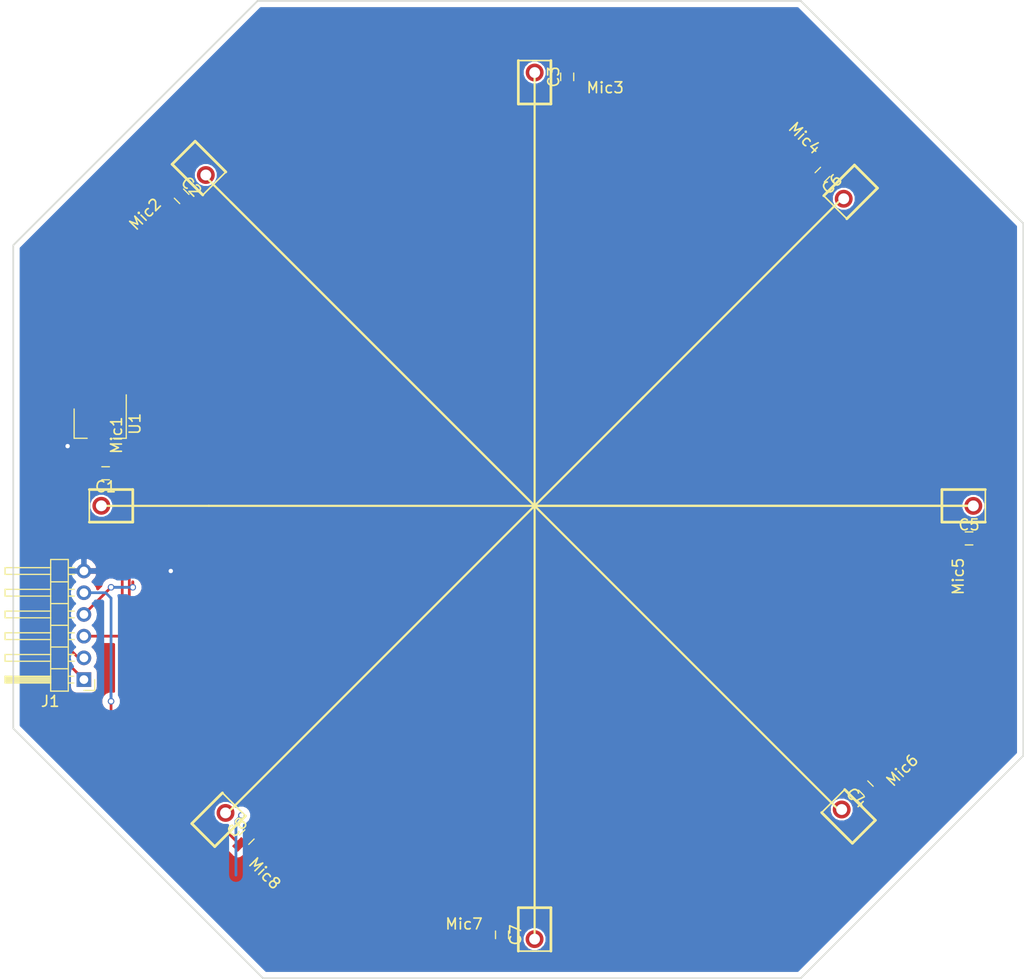
<source format=kicad_pcb>
(kicad_pcb (version 4) (host pcbnew 4.0.7)

  (general
    (links 70)
    (no_connects 18)
    (area 70.574999 23 165.500001 113.575001)
    (thickness 1.6)
    (drawings 23)
    (tracks 289)
    (zones 0)
    (modules 18)
    (nets 15)
  )

  (page A4)
  (layers
    (0 F.Cu signal)
    (31 B.Cu signal hide)
    (32 B.Adhes user)
    (33 F.Adhes user)
    (34 B.Paste user)
    (35 F.Paste user)
    (36 B.SilkS user)
    (37 F.SilkS user)
    (38 B.Mask user)
    (39 F.Mask user)
    (40 Dwgs.User user)
    (41 Cmts.User user)
    (42 Eco1.User user)
    (43 Eco2.User user)
    (44 Edge.Cuts user)
    (45 Margin user)
    (46 B.CrtYd user)
    (47 F.CrtYd user)
    (48 B.Fab user)
    (49 F.Fab user)
  )

  (setup
    (last_trace_width 0.25)
    (trace_clearance 0.2)
    (zone_clearance 0.508)
    (zone_45_only no)
    (trace_min 0.2)
    (segment_width 0.2)
    (edge_width 0.15)
    (via_size 0.6)
    (via_drill 0.4)
    (via_min_size 0.4)
    (via_min_drill 0.3)
    (uvia_size 0.3)
    (uvia_drill 0.1)
    (uvias_allowed no)
    (uvia_min_size 0.2)
    (uvia_min_drill 0.1)
    (pcb_text_width 0.3)
    (pcb_text_size 1.5 1.5)
    (mod_edge_width 0.15)
    (mod_text_size 1 1)
    (mod_text_width 0.15)
    (pad_size 1.524 1.524)
    (pad_drill 0.762)
    (pad_to_mask_clearance 0.2)
    (aux_axis_origin 0 0)
    (visible_elements 7FFFEF9F)
    (pcbplotparams
      (layerselection 0x00030_80000001)
      (usegerberextensions false)
      (excludeedgelayer true)
      (linewidth 0.100000)
      (plotframeref false)
      (viasonmask false)
      (mode 1)
      (useauxorigin false)
      (hpglpennumber 1)
      (hpglpenspeed 20)
      (hpglpendiameter 15)
      (hpglpenoverlay 2)
      (psnegative false)
      (psa4output false)
      (plotreference true)
      (plotvalue true)
      (plotinvisibletext false)
      (padsonsilk false)
      (subtractmaskfromsilk false)
      (outputformat 1)
      (mirror false)
      (drillshape 1)
      (scaleselection 1)
      (outputdirectory ""))
  )

  (net 0 "")
  (net 1 "Net-(C1-Pad1)")
  (net 2 GND)
  (net 3 "Net-(J1-Pad1)")
  (net 4 /Clock)
  (net 5 "Net-(Mic1-Pad1)")
  (net 6 "Net-(Mic2-Pad1)")
  (net 7 "Net-(Mic3-Pad1)")
  (net 8 "Net-(Mic4-Pad1)")
  (net 9 "Net-(Mic5-Pad1)")
  (net 10 "Net-(Mic6-Pad1)")
  (net 11 "Net-(Mic7-Pad1)")
  (net 12 /WS)
  (net 13 /SerialData)
  (net 14 /WISO)

  (net_class Default "This is the default net class."
    (clearance 0.2)
    (trace_width 0.25)
    (via_dia 0.6)
    (via_drill 0.4)
    (uvia_dia 0.3)
    (uvia_drill 0.1)
    (add_net /Clock)
    (add_net /SerialData)
    (add_net /WISO)
    (add_net /WS)
    (add_net GND)
    (add_net "Net-(C1-Pad1)")
    (add_net "Net-(J1-Pad1)")
    (add_net "Net-(Mic1-Pad1)")
    (add_net "Net-(Mic2-Pad1)")
    (add_net "Net-(Mic3-Pad1)")
    (add_net "Net-(Mic4-Pad1)")
    (add_net "Net-(Mic5-Pad1)")
    (add_net "Net-(Mic6-Pad1)")
    (add_net "Net-(Mic7-Pad1)")
  )

  (module Capacitors_SMD:C_0603_HandSoldering (layer F.Cu) (tedit 58AA848B) (tstamp 5A758616)
    (at 80.5 67 180)
    (descr "Capacitor SMD 0603, hand soldering")
    (tags "capacitor 0603")
    (path /5A742DB1)
    (attr smd)
    (fp_text reference C1 (at 0 -1.25 180) (layer F.SilkS)
      (effects (font (size 1 1) (thickness 0.15)))
    )
    (fp_text value ".1u " (at 0 1.5 180) (layer F.Fab)
      (effects (font (size 1 1) (thickness 0.15)))
    )
    (fp_text user %R (at 0 -1.25 180) (layer F.Fab)
      (effects (font (size 1 1) (thickness 0.15)))
    )
    (fp_line (start -0.8 0.4) (end -0.8 -0.4) (layer F.Fab) (width 0.1))
    (fp_line (start 0.8 0.4) (end -0.8 0.4) (layer F.Fab) (width 0.1))
    (fp_line (start 0.8 -0.4) (end 0.8 0.4) (layer F.Fab) (width 0.1))
    (fp_line (start -0.8 -0.4) (end 0.8 -0.4) (layer F.Fab) (width 0.1))
    (fp_line (start -0.35 -0.6) (end 0.35 -0.6) (layer F.SilkS) (width 0.12))
    (fp_line (start 0.35 0.6) (end -0.35 0.6) (layer F.SilkS) (width 0.12))
    (fp_line (start -1.8 -0.65) (end 1.8 -0.65) (layer F.CrtYd) (width 0.05))
    (fp_line (start -1.8 -0.65) (end -1.8 0.65) (layer F.CrtYd) (width 0.05))
    (fp_line (start 1.8 0.65) (end 1.8 -0.65) (layer F.CrtYd) (width 0.05))
    (fp_line (start 1.8 0.65) (end -1.8 0.65) (layer F.CrtYd) (width 0.05))
    (pad 1 smd rect (at -0.95 0 180) (size 1.2 0.75) (layers F.Cu F.Paste F.Mask)
      (net 1 "Net-(C1-Pad1)"))
    (pad 2 smd rect (at 0.95 0 180) (size 1.2 0.75) (layers F.Cu F.Paste F.Mask)
      (net 2 GND))
    (model Capacitors_SMD.3dshapes/C_0603.wrl
      (at (xyz 0 0 0))
      (scale (xyz 1 1 1))
      (rotate (xyz 0 0 0))
    )
  )

  (module Capacitors_SMD:C_0603_HandSoldering (layer F.Cu) (tedit 58AA848B) (tstamp 5A75861C)
    (at 87.5 41.5 315)
    (descr "Capacitor SMD 0603, hand soldering")
    (tags "capacitor 0603")
    (path /5A741EFE)
    (attr smd)
    (fp_text reference C2 (at 0 -1.25 315) (layer F.SilkS)
      (effects (font (size 1 1) (thickness 0.15)))
    )
    (fp_text value ".1u " (at 0 1.5 315) (layer F.Fab)
      (effects (font (size 1 1) (thickness 0.15)))
    )
    (fp_text user %R (at 0 -1.25 315) (layer F.Fab)
      (effects (font (size 1 1) (thickness 0.15)))
    )
    (fp_line (start -0.8 0.4) (end -0.8 -0.4) (layer F.Fab) (width 0.1))
    (fp_line (start 0.8 0.4) (end -0.8 0.4) (layer F.Fab) (width 0.1))
    (fp_line (start 0.8 -0.4) (end 0.8 0.4) (layer F.Fab) (width 0.1))
    (fp_line (start -0.8 -0.4) (end 0.8 -0.4) (layer F.Fab) (width 0.1))
    (fp_line (start -0.35 -0.6) (end 0.35 -0.6) (layer F.SilkS) (width 0.12))
    (fp_line (start 0.35 0.6) (end -0.35 0.6) (layer F.SilkS) (width 0.12))
    (fp_line (start -1.8 -0.65) (end 1.8 -0.65) (layer F.CrtYd) (width 0.05))
    (fp_line (start -1.8 -0.65) (end -1.8 0.65) (layer F.CrtYd) (width 0.05))
    (fp_line (start 1.8 0.65) (end 1.8 -0.65) (layer F.CrtYd) (width 0.05))
    (fp_line (start 1.8 0.65) (end -1.8 0.65) (layer F.CrtYd) (width 0.05))
    (pad 1 smd rect (at -0.95 0 315) (size 1.2 0.75) (layers F.Cu F.Paste F.Mask)
      (net 1 "Net-(C1-Pad1)"))
    (pad 2 smd rect (at 0.95 0 315) (size 1.2 0.75) (layers F.Cu F.Paste F.Mask)
      (net 2 GND))
    (model Capacitors_SMD.3dshapes/C_0603.wrl
      (at (xyz 0 0 0))
      (scale (xyz 1 1 1))
      (rotate (xyz 0 0 0))
    )
  )

  (module Capacitors_SMD:C_0603_HandSoldering (layer F.Cu) (tedit 58AA848B) (tstamp 5A758622)
    (at 123 30.5 90)
    (descr "Capacitor SMD 0603, hand soldering")
    (tags "capacitor 0603")
    (path /5A742DC9)
    (attr smd)
    (fp_text reference C3 (at 0 -1.25 90) (layer F.SilkS)
      (effects (font (size 1 1) (thickness 0.15)))
    )
    (fp_text value ".1u " (at 0 1.5 90) (layer F.Fab)
      (effects (font (size 1 1) (thickness 0.15)))
    )
    (fp_text user %R (at 0 -1.25 90) (layer F.Fab)
      (effects (font (size 1 1) (thickness 0.15)))
    )
    (fp_line (start -0.8 0.4) (end -0.8 -0.4) (layer F.Fab) (width 0.1))
    (fp_line (start 0.8 0.4) (end -0.8 0.4) (layer F.Fab) (width 0.1))
    (fp_line (start 0.8 -0.4) (end 0.8 0.4) (layer F.Fab) (width 0.1))
    (fp_line (start -0.8 -0.4) (end 0.8 -0.4) (layer F.Fab) (width 0.1))
    (fp_line (start -0.35 -0.6) (end 0.35 -0.6) (layer F.SilkS) (width 0.12))
    (fp_line (start 0.35 0.6) (end -0.35 0.6) (layer F.SilkS) (width 0.12))
    (fp_line (start -1.8 -0.65) (end 1.8 -0.65) (layer F.CrtYd) (width 0.05))
    (fp_line (start -1.8 -0.65) (end -1.8 0.65) (layer F.CrtYd) (width 0.05))
    (fp_line (start 1.8 0.65) (end 1.8 -0.65) (layer F.CrtYd) (width 0.05))
    (fp_line (start 1.8 0.65) (end -1.8 0.65) (layer F.CrtYd) (width 0.05))
    (pad 1 smd rect (at -0.95 0 90) (size 1.2 0.75) (layers F.Cu F.Paste F.Mask)
      (net 1 "Net-(C1-Pad1)"))
    (pad 2 smd rect (at 0.95 0 90) (size 1.2 0.75) (layers F.Cu F.Paste F.Mask)
      (net 2 GND))
    (model Capacitors_SMD.3dshapes/C_0603.wrl
      (at (xyz 0 0 0))
      (scale (xyz 1 1 1))
      (rotate (xyz 0 0 0))
    )
  )

  (module Capacitors_SMD:C_0603_HandSoldering (layer F.Cu) (tedit 58AA848B) (tstamp 5A758628)
    (at 150.5 96 135)
    (descr "Capacitor SMD 0603, hand soldering")
    (tags "capacitor 0603")
    (path /5A742121)
    (attr smd)
    (fp_text reference C4 (at 0 -1.25 135) (layer F.SilkS)
      (effects (font (size 1 1) (thickness 0.15)))
    )
    (fp_text value ".1u " (at 0 1.5 135) (layer F.Fab)
      (effects (font (size 1 1) (thickness 0.15)))
    )
    (fp_text user %R (at 0 -1.25 135) (layer F.Fab)
      (effects (font (size 1 1) (thickness 0.15)))
    )
    (fp_line (start -0.8 0.4) (end -0.8 -0.4) (layer F.Fab) (width 0.1))
    (fp_line (start 0.8 0.4) (end -0.8 0.4) (layer F.Fab) (width 0.1))
    (fp_line (start 0.8 -0.4) (end 0.8 0.4) (layer F.Fab) (width 0.1))
    (fp_line (start -0.8 -0.4) (end 0.8 -0.4) (layer F.Fab) (width 0.1))
    (fp_line (start -0.35 -0.6) (end 0.35 -0.6) (layer F.SilkS) (width 0.12))
    (fp_line (start 0.35 0.6) (end -0.35 0.6) (layer F.SilkS) (width 0.12))
    (fp_line (start -1.8 -0.65) (end 1.8 -0.65) (layer F.CrtYd) (width 0.05))
    (fp_line (start -1.8 -0.65) (end -1.8 0.65) (layer F.CrtYd) (width 0.05))
    (fp_line (start 1.8 0.65) (end 1.8 -0.65) (layer F.CrtYd) (width 0.05))
    (fp_line (start 1.8 0.65) (end -1.8 0.65) (layer F.CrtYd) (width 0.05))
    (pad 1 smd rect (at -0.95 0 135) (size 1.2 0.75) (layers F.Cu F.Paste F.Mask)
      (net 1 "Net-(C1-Pad1)"))
    (pad 2 smd rect (at 0.95 0 135) (size 1.2 0.75) (layers F.Cu F.Paste F.Mask)
      (net 2 GND))
    (model Capacitors_SMD.3dshapes/C_0603.wrl
      (at (xyz 0 0 0))
      (scale (xyz 1 1 1))
      (rotate (xyz 0 0 0))
    )
  )

  (module Capacitors_SMD:C_0603_HandSoldering (layer F.Cu) (tedit 58AA848B) (tstamp 5A75862E)
    (at 160 73)
    (descr "Capacitor SMD 0603, hand soldering")
    (tags "capacitor 0603")
    (path /5A742DE1)
    (attr smd)
    (fp_text reference C5 (at 0 -1.25) (layer F.SilkS)
      (effects (font (size 1 1) (thickness 0.15)))
    )
    (fp_text value ".1u " (at 0 1.5) (layer F.Fab)
      (effects (font (size 1 1) (thickness 0.15)))
    )
    (fp_text user %R (at 0 -1.25) (layer F.Fab)
      (effects (font (size 1 1) (thickness 0.15)))
    )
    (fp_line (start -0.8 0.4) (end -0.8 -0.4) (layer F.Fab) (width 0.1))
    (fp_line (start 0.8 0.4) (end -0.8 0.4) (layer F.Fab) (width 0.1))
    (fp_line (start 0.8 -0.4) (end 0.8 0.4) (layer F.Fab) (width 0.1))
    (fp_line (start -0.8 -0.4) (end 0.8 -0.4) (layer F.Fab) (width 0.1))
    (fp_line (start -0.35 -0.6) (end 0.35 -0.6) (layer F.SilkS) (width 0.12))
    (fp_line (start 0.35 0.6) (end -0.35 0.6) (layer F.SilkS) (width 0.12))
    (fp_line (start -1.8 -0.65) (end 1.8 -0.65) (layer F.CrtYd) (width 0.05))
    (fp_line (start -1.8 -0.65) (end -1.8 0.65) (layer F.CrtYd) (width 0.05))
    (fp_line (start 1.8 0.65) (end 1.8 -0.65) (layer F.CrtYd) (width 0.05))
    (fp_line (start 1.8 0.65) (end -1.8 0.65) (layer F.CrtYd) (width 0.05))
    (pad 1 smd rect (at -0.95 0) (size 1.2 0.75) (layers F.Cu F.Paste F.Mask)
      (net 1 "Net-(C1-Pad1)"))
    (pad 2 smd rect (at 0.95 0) (size 1.2 0.75) (layers F.Cu F.Paste F.Mask)
      (net 2 GND))
    (model Capacitors_SMD.3dshapes/C_0603.wrl
      (at (xyz 0 0 0))
      (scale (xyz 1 1 1))
      (rotate (xyz 0 0 0))
    )
  )

  (module Capacitors_SMD:C_0603_HandSoldering (layer F.Cu) (tedit 58AA848B) (tstamp 5A758634)
    (at 146.5 39.5 225)
    (descr "Capacitor SMD 0603, hand soldering")
    (tags "capacitor 0603")
    (path /5A742321)
    (attr smd)
    (fp_text reference C6 (at 0 -1.25 225) (layer F.SilkS)
      (effects (font (size 1 1) (thickness 0.15)))
    )
    (fp_text value ".1u " (at 0 1.5 225) (layer F.Fab)
      (effects (font (size 1 1) (thickness 0.15)))
    )
    (fp_text user %R (at 0 -1.25 225) (layer F.Fab)
      (effects (font (size 1 1) (thickness 0.15)))
    )
    (fp_line (start -0.8 0.4) (end -0.8 -0.4) (layer F.Fab) (width 0.1))
    (fp_line (start 0.8 0.4) (end -0.8 0.4) (layer F.Fab) (width 0.1))
    (fp_line (start 0.8 -0.4) (end 0.8 0.4) (layer F.Fab) (width 0.1))
    (fp_line (start -0.8 -0.4) (end 0.8 -0.4) (layer F.Fab) (width 0.1))
    (fp_line (start -0.35 -0.6) (end 0.35 -0.6) (layer F.SilkS) (width 0.12))
    (fp_line (start 0.35 0.6) (end -0.35 0.6) (layer F.SilkS) (width 0.12))
    (fp_line (start -1.8 -0.65) (end 1.8 -0.65) (layer F.CrtYd) (width 0.05))
    (fp_line (start -1.8 -0.65) (end -1.8 0.65) (layer F.CrtYd) (width 0.05))
    (fp_line (start 1.8 0.65) (end 1.8 -0.65) (layer F.CrtYd) (width 0.05))
    (fp_line (start 1.8 0.65) (end -1.8 0.65) (layer F.CrtYd) (width 0.05))
    (pad 1 smd rect (at -0.95 0 225) (size 1.2 0.75) (layers F.Cu F.Paste F.Mask)
      (net 1 "Net-(C1-Pad1)"))
    (pad 2 smd rect (at 0.95 0 225) (size 1.2 0.75) (layers F.Cu F.Paste F.Mask)
      (net 2 GND))
    (model Capacitors_SMD.3dshapes/C_0603.wrl
      (at (xyz 0 0 0))
      (scale (xyz 1 1 1))
      (rotate (xyz 0 0 0))
    )
  )

  (module Capacitors_SMD:C_0603_HandSoldering (layer F.Cu) (tedit 58AA848B) (tstamp 5A75863A)
    (at 117 109.5 270)
    (descr "Capacitor SMD 0603, hand soldering")
    (tags "capacitor 0603")
    (path /5A742DF9)
    (attr smd)
    (fp_text reference C7 (at 0 -1.25 270) (layer F.SilkS)
      (effects (font (size 1 1) (thickness 0.15)))
    )
    (fp_text value ".1u " (at 0 1.5 270) (layer F.Fab)
      (effects (font (size 1 1) (thickness 0.15)))
    )
    (fp_text user %R (at 0 -1.25 270) (layer F.Fab)
      (effects (font (size 1 1) (thickness 0.15)))
    )
    (fp_line (start -0.8 0.4) (end -0.8 -0.4) (layer F.Fab) (width 0.1))
    (fp_line (start 0.8 0.4) (end -0.8 0.4) (layer F.Fab) (width 0.1))
    (fp_line (start 0.8 -0.4) (end 0.8 0.4) (layer F.Fab) (width 0.1))
    (fp_line (start -0.8 -0.4) (end 0.8 -0.4) (layer F.Fab) (width 0.1))
    (fp_line (start -0.35 -0.6) (end 0.35 -0.6) (layer F.SilkS) (width 0.12))
    (fp_line (start 0.35 0.6) (end -0.35 0.6) (layer F.SilkS) (width 0.12))
    (fp_line (start -1.8 -0.65) (end 1.8 -0.65) (layer F.CrtYd) (width 0.05))
    (fp_line (start -1.8 -0.65) (end -1.8 0.65) (layer F.CrtYd) (width 0.05))
    (fp_line (start 1.8 0.65) (end 1.8 -0.65) (layer F.CrtYd) (width 0.05))
    (fp_line (start 1.8 0.65) (end -1.8 0.65) (layer F.CrtYd) (width 0.05))
    (pad 1 smd rect (at -0.95 0 270) (size 1.2 0.75) (layers F.Cu F.Paste F.Mask)
      (net 1 "Net-(C1-Pad1)"))
    (pad 2 smd rect (at 0.95 0 270) (size 1.2 0.75) (layers F.Cu F.Paste F.Mask)
      (net 2 GND))
    (model Capacitors_SMD.3dshapes/C_0603.wrl
      (at (xyz 0 0 0))
      (scale (xyz 1 1 1))
      (rotate (xyz 0 0 0))
    )
  )

  (module Capacitors_SMD:C_0603_HandSoldering (layer F.Cu) (tedit 58AA848B) (tstamp 5A758640)
    (at 93.5 100.5 45)
    (descr "Capacitor SMD 0603, hand soldering")
    (tags "capacitor 0603")
    (path /5A742339)
    (attr smd)
    (fp_text reference C8 (at 0 -1.25 45) (layer F.SilkS)
      (effects (font (size 1 1) (thickness 0.15)))
    )
    (fp_text value .1u (at 0 1.5 45) (layer F.Fab)
      (effects (font (size 1 1) (thickness 0.15)))
    )
    (fp_text user %R (at 0 -1.25 45) (layer F.Fab)
      (effects (font (size 1 1) (thickness 0.15)))
    )
    (fp_line (start -0.8 0.4) (end -0.8 -0.4) (layer F.Fab) (width 0.1))
    (fp_line (start 0.8 0.4) (end -0.8 0.4) (layer F.Fab) (width 0.1))
    (fp_line (start 0.8 -0.4) (end 0.8 0.4) (layer F.Fab) (width 0.1))
    (fp_line (start -0.8 -0.4) (end 0.8 -0.4) (layer F.Fab) (width 0.1))
    (fp_line (start -0.35 -0.6) (end 0.35 -0.6) (layer F.SilkS) (width 0.12))
    (fp_line (start 0.35 0.6) (end -0.35 0.6) (layer F.SilkS) (width 0.12))
    (fp_line (start -1.8 -0.65) (end 1.8 -0.65) (layer F.CrtYd) (width 0.05))
    (fp_line (start -1.8 -0.65) (end -1.8 0.65) (layer F.CrtYd) (width 0.05))
    (fp_line (start 1.8 0.65) (end 1.8 -0.65) (layer F.CrtYd) (width 0.05))
    (fp_line (start 1.8 0.65) (end -1.8 0.65) (layer F.CrtYd) (width 0.05))
    (pad 1 smd rect (at -0.95 0 45) (size 1.2 0.75) (layers F.Cu F.Paste F.Mask)
      (net 1 "Net-(C1-Pad1)"))
    (pad 2 smd rect (at 0.95 0 45) (size 1.2 0.75) (layers F.Cu F.Paste F.Mask)
      (net 2 GND))
    (model Capacitors_SMD.3dshapes/C_0603.wrl
      (at (xyz 0 0 0))
      (scale (xyz 1 1 1))
      (rotate (xyz 0 0 0))
    )
  )

  (module KiKadCustLib:ICS25000 (layer F.Cu) (tedit 5A758077) (tstamp 5A758659)
    (at 81 63.5 90)
    (tags mic)
    (path /5A758107)
    (fp_text reference Mic1 (at 0 0.5 90) (layer F.SilkS)
      (effects (font (size 1 1) (thickness 0.15)))
    )
    (fp_text value ICS-52000 (at 0 -0.5 90) (layer F.Fab)
      (effects (font (size 1 1) (thickness 0.15)))
    )
    (fp_line (start -8 -2) (end -5 -2) (layer F.SilkS) (width 0.15))
    (fp_line (start -5 -2) (end -5 2) (layer F.SilkS) (width 0.25))
    (fp_line (start -5 2) (end -8 2) (layer F.SilkS) (width 0.25))
    (fp_line (start -8 2) (end -8 -2) (layer F.SilkS) (width 0.25))
    (pad 7 smd rect (at -7.57 1.68 90) (size 0.6 0.4) (layers F.Cu F.Paste F.Mask)
      (net 13 /SerialData))
    (pad 5 smd rect (at -7.57 0.38 90) (size 0.6 0.4) (layers F.Cu F.Paste F.Mask)
      (net 12 /WS))
    (pad 6 smd rect (at -7.57 1.03 90) (size 0.6 0.4) (layers F.Cu F.Paste F.Mask)
      (net 4 /Clock))
    (pad 1 smd rect (at -5.43 1.675 90) (size 0.6 0.4) (layers F.Cu F.Paste F.Mask)
      (net 5 "Net-(Mic1-Pad1)"))
    (pad 2 smd rect (at -5.43 1.03 90) (size 0.6 0.4) (layers F.Cu F.Paste F.Mask)
      (net 1 "Net-(C1-Pad1)"))
    (pad 3 smd rect (at -5.43 0.38 90) (size 0.6 0.4) (layers F.Cu F.Paste F.Mask)
      (net 1 "Net-(C1-Pad1)"))
    (pad 4 smd circle (at -6.495 -0.895 90) (size 1.65 1.65) (layers F.Cu F.Paste F.Mask)
      (net 2 GND))
    (pad 0 thru_hole circle (at -6.495 -0.895 90) (size 1 1) (drill 1) (layers *.Cu *.Mask))
  )

  (module KiKadCustLib:ICS25000 (layer F.Cu) (tedit 5A8623D6) (tstamp 5A758669)
    (at 84.5 43.5 225)
    (tags mic)
    (path /5A74210F)
    (fp_text reference Mic2 (at 0 0.5 225) (layer F.SilkS)
      (effects (font (size 1 1) (thickness 0.15)))
    )
    (fp_text value ICS-52000 (at -4 3 225) (layer F.Fab)
      (effects (font (size 1 1) (thickness 0.15)))
    )
    (fp_line (start -8 -2) (end -5 -2) (layer F.SilkS) (width 0.15))
    (fp_line (start -5 -2) (end -5 2) (layer F.SilkS) (width 0.25))
    (fp_line (start -5 2) (end -8 2) (layer F.SilkS) (width 0.25))
    (fp_line (start -8 2) (end -8 -2) (layer F.SilkS) (width 0.25))
    (pad 7 smd rect (at -7.57 1.68 225) (size 0.6 0.4) (layers F.Cu F.Paste F.Mask)
      (net 13 /SerialData))
    (pad 5 smd rect (at -7.57 0.38 225) (size 0.6 0.4) (layers F.Cu F.Paste F.Mask)
      (net 5 "Net-(Mic1-Pad1)"))
    (pad 6 smd rect (at -7.57 1.03 225) (size 0.6 0.4) (layers F.Cu F.Paste F.Mask)
      (net 4 /Clock))
    (pad 1 smd rect (at -5.43 1.675 225) (size 0.6 0.4) (layers F.Cu F.Paste F.Mask)
      (net 6 "Net-(Mic2-Pad1)"))
    (pad 2 smd rect (at -5.43 1.03 225) (size 0.6 0.4) (layers F.Cu F.Paste F.Mask)
      (net 1 "Net-(C1-Pad1)"))
    (pad 3 smd rect (at -5.43 0.38 225) (size 0.6 0.4) (layers F.Cu F.Paste F.Mask)
      (net 1 "Net-(C1-Pad1)"))
    (pad 4 smd circle (at -6.495 -0.895 225) (size 1.65 1.65) (layers F.Cu F.Paste F.Mask)
      (net 2 GND))
    (pad 0 thru_hole circle (at -6.495 -0.895 225) (size 1 1) (drill 1) (layers *.Cu *.Mask))
  )

  (module KiKadCustLib:ICS25000 (layer F.Cu) (tedit 5A758077) (tstamp 5A758679)
    (at 126.5 31)
    (tags mic)
    (path /5A74230F)
    (fp_text reference Mic3 (at 0 0.5) (layer F.SilkS)
      (effects (font (size 1 1) (thickness 0.15)))
    )
    (fp_text value ICS-52000 (at 0 -0.5) (layer F.Fab)
      (effects (font (size 1 1) (thickness 0.15)))
    )
    (fp_line (start -8 -2) (end -5 -2) (layer F.SilkS) (width 0.15))
    (fp_line (start -5 -2) (end -5 2) (layer F.SilkS) (width 0.25))
    (fp_line (start -5 2) (end -8 2) (layer F.SilkS) (width 0.25))
    (fp_line (start -8 2) (end -8 -2) (layer F.SilkS) (width 0.25))
    (pad 7 smd rect (at -7.57 1.68) (size 0.6 0.4) (layers F.Cu F.Paste F.Mask)
      (net 13 /SerialData))
    (pad 5 smd rect (at -7.57 0.38) (size 0.6 0.4) (layers F.Cu F.Paste F.Mask)
      (net 6 "Net-(Mic2-Pad1)"))
    (pad 6 smd rect (at -7.57 1.03) (size 0.6 0.4) (layers F.Cu F.Paste F.Mask)
      (net 4 /Clock))
    (pad 1 smd rect (at -5.43 1.675) (size 0.6 0.4) (layers F.Cu F.Paste F.Mask)
      (net 7 "Net-(Mic3-Pad1)"))
    (pad 2 smd rect (at -5.43 1.03) (size 0.6 0.4) (layers F.Cu F.Paste F.Mask)
      (net 1 "Net-(C1-Pad1)"))
    (pad 3 smd rect (at -5.43 0.38) (size 0.6 0.4) (layers F.Cu F.Paste F.Mask)
      (net 1 "Net-(C1-Pad1)"))
    (pad 4 smd circle (at -6.495 -0.895) (size 1.65 1.65) (layers F.Cu F.Paste F.Mask)
      (net 2 GND))
    (pad 0 thru_hole circle (at -6.495 -0.895) (size 1 1) (drill 1) (layers *.Cu *.Mask))
  )

  (module KiKadCustLib:ICS25000 (layer F.Cu) (tedit 5A863BDC) (tstamp 5A758689)
    (at 153.5 94 45)
    (tags mic)
    (path /5A742DB7)
    (fp_text reference Mic6 (at 0 0.5 45) (layer F.SilkS)
      (effects (font (size 1 1) (thickness 0.15)))
    )
    (fp_text value ICS-52000 (at 0 -0.5 45) (layer F.Fab)
      (effects (font (size 1 1) (thickness 0.15)))
    )
    (fp_line (start -8 -2) (end -5 -2) (layer F.SilkS) (width 0.15))
    (fp_line (start -5 -2) (end -5 2) (layer F.SilkS) (width 0.25))
    (fp_line (start -5 2) (end -8 2) (layer F.SilkS) (width 0.25))
    (fp_line (start -8 2) (end -8 -2) (layer F.SilkS) (width 0.25))
    (pad 7 smd rect (at -7.57 1.68 45) (size 0.6 0.4) (layers F.Cu F.Paste F.Mask)
      (net 13 /SerialData))
    (pad 5 smd rect (at -7.57 0.38 45) (size 0.6 0.4) (layers F.Cu F.Paste F.Mask)
      (net 9 "Net-(Mic5-Pad1)"))
    (pad 6 smd rect (at -7.57 1.03 45) (size 0.6 0.4) (layers F.Cu F.Paste F.Mask)
      (net 4 /Clock))
    (pad 1 smd rect (at -5.43 1.675 45) (size 0.6 0.4) (layers F.Cu F.Paste F.Mask)
      (net 10 "Net-(Mic6-Pad1)"))
    (pad 2 smd rect (at -5.43 1.03 45) (size 0.6 0.4) (layers F.Cu F.Paste F.Mask)
      (net 1 "Net-(C1-Pad1)"))
    (pad 3 smd rect (at -5.43 0.38 45) (size 0.6 0.4) (layers F.Cu F.Paste F.Mask)
      (net 1 "Net-(C1-Pad1)"))
    (pad 4 smd circle (at -6.495 -0.895 45) (size 1.65 1.65) (layers F.Cu F.Paste F.Mask)
      (net 2 GND))
    (pad 0 thru_hole circle (at -6.495 -0.895 45) (size 1 1) (drill 1) (layers *.Cu *.Mask))
  )

  (module KiKadCustLib:ICS25000 (layer F.Cu) (tedit 5A758077) (tstamp 5A758699)
    (at 159.5 76.5 270)
    (tags mic)
    (path /5A742D9F)
    (fp_text reference Mic5 (at 0 0.5 270) (layer F.SilkS)
      (effects (font (size 1 1) (thickness 0.15)))
    )
    (fp_text value ICS-52000 (at 0 -0.5 270) (layer F.Fab)
      (effects (font (size 1 1) (thickness 0.15)))
    )
    (fp_line (start -8 -2) (end -5 -2) (layer F.SilkS) (width 0.15))
    (fp_line (start -5 -2) (end -5 2) (layer F.SilkS) (width 0.25))
    (fp_line (start -5 2) (end -8 2) (layer F.SilkS) (width 0.25))
    (fp_line (start -8 2) (end -8 -2) (layer F.SilkS) (width 0.25))
    (pad 7 smd rect (at -7.57 1.68 270) (size 0.6 0.4) (layers F.Cu F.Paste F.Mask)
      (net 13 /SerialData))
    (pad 5 smd rect (at -7.57 0.38 270) (size 0.6 0.4) (layers F.Cu F.Paste F.Mask)
      (net 8 "Net-(Mic4-Pad1)"))
    (pad 6 smd rect (at -7.57 1.03 270) (size 0.6 0.4) (layers F.Cu F.Paste F.Mask)
      (net 4 /Clock))
    (pad 1 smd rect (at -5.43 1.675 270) (size 0.6 0.4) (layers F.Cu F.Paste F.Mask)
      (net 9 "Net-(Mic5-Pad1)"))
    (pad 2 smd rect (at -5.43 1.03 270) (size 0.6 0.4) (layers F.Cu F.Paste F.Mask)
      (net 1 "Net-(C1-Pad1)"))
    (pad 3 smd rect (at -5.43 0.38 270) (size 0.6 0.4) (layers F.Cu F.Paste F.Mask)
      (net 1 "Net-(C1-Pad1)"))
    (pad 4 smd circle (at -6.495 -0.895 270) (size 1.65 1.65) (layers F.Cu F.Paste F.Mask)
      (net 2 GND))
    (pad 0 thru_hole circle (at -6.495 -0.895 270) (size 1 1) (drill 1) (layers *.Cu *.Mask))
  )

  (module KiKadCustLib:ICS25000 (layer F.Cu) (tedit 5A863C04) (tstamp 5A7586A9)
    (at 144.5 36.5 135)
    (tags mic)
    (path /5A742327)
    (fp_text reference Mic4 (at 0 0.5 135) (layer F.SilkS)
      (effects (font (size 1 1) (thickness 0.15)))
    )
    (fp_text value ICS-52000 (at 0 -0.5 135) (layer F.Fab)
      (effects (font (size 1 1) (thickness 0.15)))
    )
    (fp_line (start -8 -2) (end -5 -2) (layer F.SilkS) (width 0.15))
    (fp_line (start -5 -2) (end -5 2) (layer F.SilkS) (width 0.25))
    (fp_line (start -5 2) (end -8 2) (layer F.SilkS) (width 0.25))
    (fp_line (start -8 2) (end -8 -2) (layer F.SilkS) (width 0.25))
    (pad 7 smd rect (at -7.57 1.68 135) (size 0.6 0.4) (layers F.Cu F.Paste F.Mask)
      (net 13 /SerialData))
    (pad 5 smd rect (at -7.57 0.38 135) (size 0.6 0.4) (layers F.Cu F.Paste F.Mask)
      (net 7 "Net-(Mic3-Pad1)"))
    (pad 6 smd rect (at -7.57 1.03 135) (size 0.6 0.4) (layers F.Cu F.Paste F.Mask)
      (net 4 /Clock))
    (pad 1 smd rect (at -5.43 1.675 135) (size 0.6 0.4) (layers F.Cu F.Paste F.Mask)
      (net 8 "Net-(Mic4-Pad1)"))
    (pad 2 smd rect (at -5.43 1.03 135) (size 0.6 0.4) (layers F.Cu F.Paste F.Mask)
      (net 1 "Net-(C1-Pad1)"))
    (pad 3 smd rect (at -5.43 0.38 135) (size 0.6 0.4) (layers F.Cu F.Paste F.Mask)
      (net 1 "Net-(C1-Pad1)"))
    (pad 4 smd circle (at -6.495 -0.895 135) (size 1.65 1.65) (layers F.Cu F.Paste F.Mask)
      (net 2 GND))
    (pad 0 thru_hole circle (at -6.495 -0.895 135) (size 1 1) (drill 1) (layers *.Cu *.Mask))
  )

  (module KiKadCustLib:ICS25000 (layer F.Cu) (tedit 5A758077) (tstamp 5A7586B9)
    (at 113.5 109 180)
    (tags mic)
    (path /5A742DCF)
    (fp_text reference Mic7 (at 0 0.5 180) (layer F.SilkS)
      (effects (font (size 1 1) (thickness 0.15)))
    )
    (fp_text value ICS-52000 (at 0 -0.5 180) (layer F.Fab)
      (effects (font (size 1 1) (thickness 0.15)))
    )
    (fp_line (start -8 -2) (end -5 -2) (layer F.SilkS) (width 0.15))
    (fp_line (start -5 -2) (end -5 2) (layer F.SilkS) (width 0.25))
    (fp_line (start -5 2) (end -8 2) (layer F.SilkS) (width 0.25))
    (fp_line (start -8 2) (end -8 -2) (layer F.SilkS) (width 0.25))
    (pad 7 smd rect (at -7.57 1.68 180) (size 0.6 0.4) (layers F.Cu F.Paste F.Mask)
      (net 13 /SerialData))
    (pad 5 smd rect (at -7.57 0.38 180) (size 0.6 0.4) (layers F.Cu F.Paste F.Mask)
      (net 10 "Net-(Mic6-Pad1)"))
    (pad 6 smd rect (at -7.57 1.03 180) (size 0.6 0.4) (layers F.Cu F.Paste F.Mask)
      (net 4 /Clock))
    (pad 1 smd rect (at -5.43 1.675 180) (size 0.6 0.4) (layers F.Cu F.Paste F.Mask)
      (net 11 "Net-(Mic7-Pad1)"))
    (pad 2 smd rect (at -5.43 1.03 180) (size 0.6 0.4) (layers F.Cu F.Paste F.Mask)
      (net 1 "Net-(C1-Pad1)"))
    (pad 3 smd rect (at -5.43 0.38 180) (size 0.6 0.4) (layers F.Cu F.Paste F.Mask)
      (net 1 "Net-(C1-Pad1)"))
    (pad 4 smd circle (at -6.495 -0.895 180) (size 1.65 1.65) (layers F.Cu F.Paste F.Mask)
      (net 2 GND))
    (pad 0 thru_hole circle (at -6.495 -0.895 180) (size 1 1) (drill 1) (layers *.Cu *.Mask))
  )

  (module KiKadCustLib:ICS25000 (layer F.Cu) (tedit 5A758077) (tstamp 5A7586C9)
    (at 95.5 103.5 315)
    (tags mic)
    (path /5A742DE7)
    (fp_text reference Mic8 (at 0 0.5 315) (layer F.SilkS)
      (effects (font (size 1 1) (thickness 0.15)))
    )
    (fp_text value ICS-52000 (at 0 -0.5 315) (layer F.Fab)
      (effects (font (size 1 1) (thickness 0.15)))
    )
    (fp_line (start -8 -2) (end -5 -2) (layer F.SilkS) (width 0.15))
    (fp_line (start -5 -2) (end -5 2) (layer F.SilkS) (width 0.25))
    (fp_line (start -5 2) (end -8 2) (layer F.SilkS) (width 0.25))
    (fp_line (start -8 2) (end -8 -2) (layer F.SilkS) (width 0.25))
    (pad 7 smd rect (at -7.57 1.68 315) (size 0.6 0.4) (layers F.Cu F.Paste F.Mask)
      (net 13 /SerialData))
    (pad 5 smd rect (at -7.57 0.38 315) (size 0.6 0.4) (layers F.Cu F.Paste F.Mask)
      (net 11 "Net-(Mic7-Pad1)"))
    (pad 6 smd rect (at -7.57 1.03 315) (size 0.6 0.4) (layers F.Cu F.Paste F.Mask)
      (net 4 /Clock))
    (pad 1 smd rect (at -5.43 1.675 315) (size 0.6 0.4) (layers F.Cu F.Paste F.Mask)
      (net 14 /WISO))
    (pad 2 smd rect (at -5.43 1.03 315) (size 0.6 0.4) (layers F.Cu F.Paste F.Mask)
      (net 1 "Net-(C1-Pad1)"))
    (pad 3 smd rect (at -5.43 0.38 315) (size 0.6 0.4) (layers F.Cu F.Paste F.Mask)
      (net 1 "Net-(C1-Pad1)"))
    (pad 4 smd circle (at -6.495 -0.895 315) (size 1.65 1.65) (layers F.Cu F.Paste F.Mask)
      (net 2 GND))
    (pad 0 thru_hole circle (at -6.495 -0.895 315) (size 1 1) (drill 1) (layers *.Cu *.Mask))
  )

  (module TO_SOT_Packages_SMD:SOT-89-3 (layer F.Cu) (tedit 591F0203) (tstamp 5A7586D3)
    (at 80 62 270)
    (descr SOT-89-3)
    (tags SOT-89-3)
    (path /5A743AE5)
    (attr smd)
    (fp_text reference U1 (at 0.45 -3.2 270) (layer F.SilkS)
      (effects (font (size 1 1) (thickness 0.15)))
    )
    (fp_text value AP2204RB-3.3 (at 0.45 3.25 270) (layer F.Fab)
      (effects (font (size 1 1) (thickness 0.15)))
    )
    (fp_text user %R (at 0.38 0 360) (layer F.Fab)
      (effects (font (size 0.6 0.6) (thickness 0.09)))
    )
    (fp_line (start 1.78 1.2) (end 1.78 2.4) (layer F.SilkS) (width 0.12))
    (fp_line (start 1.78 2.4) (end -0.92 2.4) (layer F.SilkS) (width 0.12))
    (fp_line (start -2.22 -2.4) (end 1.78 -2.4) (layer F.SilkS) (width 0.12))
    (fp_line (start 1.78 -2.4) (end 1.78 -1.2) (layer F.SilkS) (width 0.12))
    (fp_line (start -0.92 -1.51) (end -0.13 -2.3) (layer F.Fab) (width 0.1))
    (fp_line (start 1.68 -2.3) (end 1.68 2.3) (layer F.Fab) (width 0.1))
    (fp_line (start 1.68 2.3) (end -0.92 2.3) (layer F.Fab) (width 0.1))
    (fp_line (start -0.92 2.3) (end -0.92 -1.51) (layer F.Fab) (width 0.1))
    (fp_line (start -0.13 -2.3) (end 1.68 -2.3) (layer F.Fab) (width 0.1))
    (fp_line (start 3.23 -2.55) (end 3.23 2.55) (layer F.CrtYd) (width 0.05))
    (fp_line (start 3.23 -2.55) (end -2.48 -2.55) (layer F.CrtYd) (width 0.05))
    (fp_line (start -2.48 2.55) (end 3.23 2.55) (layer F.CrtYd) (width 0.05))
    (fp_line (start -2.48 2.55) (end -2.48 -2.55) (layer F.CrtYd) (width 0.05))
    (pad 2 smd trapezoid (at 2.667 0 180) (size 1.6 0.85) (rect_delta 0 0.6 ) (layers F.Cu F.Paste F.Mask)
      (net 2 GND))
    (pad 1 smd rect (at -1.48 -1.5 180) (size 1 1.5) (layers F.Cu F.Paste F.Mask)
      (net 1 "Net-(C1-Pad1)"))
    (pad 2 smd rect (at -1.3335 0 180) (size 1 1.8) (layers F.Cu F.Paste F.Mask)
      (net 2 GND))
    (pad 3 smd rect (at -1.48 1.5 180) (size 1 1.5) (layers F.Cu F.Paste F.Mask)
      (net 3 "Net-(J1-Pad1)"))
    (pad 2 smd rect (at 1.3335 0 180) (size 2.2 1.84) (layers F.Cu F.Paste F.Mask)
      (net 2 GND))
    (pad 2 smd trapezoid (at -0.0762 0) (size 1.5 1) (rect_delta 0 0.7 ) (layers F.Cu F.Paste F.Mask)
      (net 2 GND))
    (model ${KISYS3DMOD}/TO_SOT_Packages_SMD.3dshapes/SOT-89-3.wrl
      (at (xyz 0 0 0))
      (scale (xyz 1 1 1))
      (rotate (xyz 0 0 0))
    )
  )

  (module Pin_Headers:Pin_Header_Angled_1x06_Pitch2.00mm (layer F.Cu) (tedit 59650533) (tstamp 5A758649)
    (at 78.5 86 180)
    (descr "Through hole angled pin header, 1x06, 2.00mm pitch, 4.2mm pin length, single row")
    (tags "Through hole angled pin header THT 1x06 2.00mm single row")
    (path /4AE1678A)
    (fp_text reference J1 (at 3.1 -2 180) (layer F.SilkS)
      (effects (font (size 1 1) (thickness 0.15)))
    )
    (fp_text value Conn_01x06 (at 3.1 12 180) (layer F.Fab)
      (effects (font (size 1 1) (thickness 0.15)))
    )
    (fp_line (start 1.875 -1) (end 3 -1) (layer F.Fab) (width 0.1))
    (fp_line (start 3 -1) (end 3 11) (layer F.Fab) (width 0.1))
    (fp_line (start 3 11) (end 1.5 11) (layer F.Fab) (width 0.1))
    (fp_line (start 1.5 11) (end 1.5 -0.625) (layer F.Fab) (width 0.1))
    (fp_line (start 1.5 -0.625) (end 1.875 -1) (layer F.Fab) (width 0.1))
    (fp_line (start -0.25 -0.25) (end 1.5 -0.25) (layer F.Fab) (width 0.1))
    (fp_line (start -0.25 -0.25) (end -0.25 0.25) (layer F.Fab) (width 0.1))
    (fp_line (start -0.25 0.25) (end 1.5 0.25) (layer F.Fab) (width 0.1))
    (fp_line (start 3 -0.25) (end 7.2 -0.25) (layer F.Fab) (width 0.1))
    (fp_line (start 7.2 -0.25) (end 7.2 0.25) (layer F.Fab) (width 0.1))
    (fp_line (start 3 0.25) (end 7.2 0.25) (layer F.Fab) (width 0.1))
    (fp_line (start -0.25 1.75) (end 1.5 1.75) (layer F.Fab) (width 0.1))
    (fp_line (start -0.25 1.75) (end -0.25 2.25) (layer F.Fab) (width 0.1))
    (fp_line (start -0.25 2.25) (end 1.5 2.25) (layer F.Fab) (width 0.1))
    (fp_line (start 3 1.75) (end 7.2 1.75) (layer F.Fab) (width 0.1))
    (fp_line (start 7.2 1.75) (end 7.2 2.25) (layer F.Fab) (width 0.1))
    (fp_line (start 3 2.25) (end 7.2 2.25) (layer F.Fab) (width 0.1))
    (fp_line (start -0.25 3.75) (end 1.5 3.75) (layer F.Fab) (width 0.1))
    (fp_line (start -0.25 3.75) (end -0.25 4.25) (layer F.Fab) (width 0.1))
    (fp_line (start -0.25 4.25) (end 1.5 4.25) (layer F.Fab) (width 0.1))
    (fp_line (start 3 3.75) (end 7.2 3.75) (layer F.Fab) (width 0.1))
    (fp_line (start 7.2 3.75) (end 7.2 4.25) (layer F.Fab) (width 0.1))
    (fp_line (start 3 4.25) (end 7.2 4.25) (layer F.Fab) (width 0.1))
    (fp_line (start -0.25 5.75) (end 1.5 5.75) (layer F.Fab) (width 0.1))
    (fp_line (start -0.25 5.75) (end -0.25 6.25) (layer F.Fab) (width 0.1))
    (fp_line (start -0.25 6.25) (end 1.5 6.25) (layer F.Fab) (width 0.1))
    (fp_line (start 3 5.75) (end 7.2 5.75) (layer F.Fab) (width 0.1))
    (fp_line (start 7.2 5.75) (end 7.2 6.25) (layer F.Fab) (width 0.1))
    (fp_line (start 3 6.25) (end 7.2 6.25) (layer F.Fab) (width 0.1))
    (fp_line (start -0.25 7.75) (end 1.5 7.75) (layer F.Fab) (width 0.1))
    (fp_line (start -0.25 7.75) (end -0.25 8.25) (layer F.Fab) (width 0.1))
    (fp_line (start -0.25 8.25) (end 1.5 8.25) (layer F.Fab) (width 0.1))
    (fp_line (start 3 7.75) (end 7.2 7.75) (layer F.Fab) (width 0.1))
    (fp_line (start 7.2 7.75) (end 7.2 8.25) (layer F.Fab) (width 0.1))
    (fp_line (start 3 8.25) (end 7.2 8.25) (layer F.Fab) (width 0.1))
    (fp_line (start -0.25 9.75) (end 1.5 9.75) (layer F.Fab) (width 0.1))
    (fp_line (start -0.25 9.75) (end -0.25 10.25) (layer F.Fab) (width 0.1))
    (fp_line (start -0.25 10.25) (end 1.5 10.25) (layer F.Fab) (width 0.1))
    (fp_line (start 3 9.75) (end 7.2 9.75) (layer F.Fab) (width 0.1))
    (fp_line (start 7.2 9.75) (end 7.2 10.25) (layer F.Fab) (width 0.1))
    (fp_line (start 3 10.25) (end 7.2 10.25) (layer F.Fab) (width 0.1))
    (fp_line (start 1.44 -1.06) (end 1.44 11.06) (layer F.SilkS) (width 0.12))
    (fp_line (start 1.44 11.06) (end 3.06 11.06) (layer F.SilkS) (width 0.12))
    (fp_line (start 3.06 11.06) (end 3.06 -1.06) (layer F.SilkS) (width 0.12))
    (fp_line (start 3.06 -1.06) (end 1.44 -1.06) (layer F.SilkS) (width 0.12))
    (fp_line (start 3.06 -0.31) (end 7.26 -0.31) (layer F.SilkS) (width 0.12))
    (fp_line (start 7.26 -0.31) (end 7.26 0.31) (layer F.SilkS) (width 0.12))
    (fp_line (start 7.26 0.31) (end 3.06 0.31) (layer F.SilkS) (width 0.12))
    (fp_line (start 3.06 -0.25) (end 7.26 -0.25) (layer F.SilkS) (width 0.12))
    (fp_line (start 3.06 -0.13) (end 7.26 -0.13) (layer F.SilkS) (width 0.12))
    (fp_line (start 3.06 -0.01) (end 7.26 -0.01) (layer F.SilkS) (width 0.12))
    (fp_line (start 3.06 0.11) (end 7.26 0.11) (layer F.SilkS) (width 0.12))
    (fp_line (start 3.06 0.23) (end 7.26 0.23) (layer F.SilkS) (width 0.12))
    (fp_line (start 0.935 -0.31) (end 1.44 -0.31) (layer F.SilkS) (width 0.12))
    (fp_line (start 0.935 0.31) (end 1.44 0.31) (layer F.SilkS) (width 0.12))
    (fp_line (start 1.44 1) (end 3.06 1) (layer F.SilkS) (width 0.12))
    (fp_line (start 3.06 1.69) (end 7.26 1.69) (layer F.SilkS) (width 0.12))
    (fp_line (start 7.26 1.69) (end 7.26 2.31) (layer F.SilkS) (width 0.12))
    (fp_line (start 7.26 2.31) (end 3.06 2.31) (layer F.SilkS) (width 0.12))
    (fp_line (start 0.882114 1.69) (end 1.44 1.69) (layer F.SilkS) (width 0.12))
    (fp_line (start 0.882114 2.31) (end 1.44 2.31) (layer F.SilkS) (width 0.12))
    (fp_line (start 1.44 3) (end 3.06 3) (layer F.SilkS) (width 0.12))
    (fp_line (start 3.06 3.69) (end 7.26 3.69) (layer F.SilkS) (width 0.12))
    (fp_line (start 7.26 3.69) (end 7.26 4.31) (layer F.SilkS) (width 0.12))
    (fp_line (start 7.26 4.31) (end 3.06 4.31) (layer F.SilkS) (width 0.12))
    (fp_line (start 0.882114 3.69) (end 1.44 3.69) (layer F.SilkS) (width 0.12))
    (fp_line (start 0.882114 4.31) (end 1.44 4.31) (layer F.SilkS) (width 0.12))
    (fp_line (start 1.44 5) (end 3.06 5) (layer F.SilkS) (width 0.12))
    (fp_line (start 3.06 5.69) (end 7.26 5.69) (layer F.SilkS) (width 0.12))
    (fp_line (start 7.26 5.69) (end 7.26 6.31) (layer F.SilkS) (width 0.12))
    (fp_line (start 7.26 6.31) (end 3.06 6.31) (layer F.SilkS) (width 0.12))
    (fp_line (start 0.882114 5.69) (end 1.44 5.69) (layer F.SilkS) (width 0.12))
    (fp_line (start 0.882114 6.31) (end 1.44 6.31) (layer F.SilkS) (width 0.12))
    (fp_line (start 1.44 7) (end 3.06 7) (layer F.SilkS) (width 0.12))
    (fp_line (start 3.06 7.69) (end 7.26 7.69) (layer F.SilkS) (width 0.12))
    (fp_line (start 7.26 7.69) (end 7.26 8.31) (layer F.SilkS) (width 0.12))
    (fp_line (start 7.26 8.31) (end 3.06 8.31) (layer F.SilkS) (width 0.12))
    (fp_line (start 0.882114 7.69) (end 1.44 7.69) (layer F.SilkS) (width 0.12))
    (fp_line (start 0.882114 8.31) (end 1.44 8.31) (layer F.SilkS) (width 0.12))
    (fp_line (start 1.44 9) (end 3.06 9) (layer F.SilkS) (width 0.12))
    (fp_line (start 3.06 9.69) (end 7.26 9.69) (layer F.SilkS) (width 0.12))
    (fp_line (start 7.26 9.69) (end 7.26 10.31) (layer F.SilkS) (width 0.12))
    (fp_line (start 7.26 10.31) (end 3.06 10.31) (layer F.SilkS) (width 0.12))
    (fp_line (start 0.882114 9.69) (end 1.44 9.69) (layer F.SilkS) (width 0.12))
    (fp_line (start 0.882114 10.31) (end 1.44 10.31) (layer F.SilkS) (width 0.12))
    (fp_line (start -1 0) (end -1 -1) (layer F.SilkS) (width 0.12))
    (fp_line (start -1 -1) (end 0 -1) (layer F.SilkS) (width 0.12))
    (fp_line (start -1.5 -1.5) (end -1.5 11.5) (layer F.CrtYd) (width 0.05))
    (fp_line (start -1.5 11.5) (end 7.7 11.5) (layer F.CrtYd) (width 0.05))
    (fp_line (start 7.7 11.5) (end 7.7 -1.5) (layer F.CrtYd) (width 0.05))
    (fp_line (start 7.7 -1.5) (end -1.5 -1.5) (layer F.CrtYd) (width 0.05))
    (fp_text user %R (at 2.25 5 270) (layer F.Fab)
      (effects (font (size 0.9 0.9) (thickness 0.135)))
    )
    (pad 1 thru_hole rect (at 0 0 180) (size 1.35 1.35) (drill 0.8) (layers *.Cu *.Mask)
      (net 3 "Net-(J1-Pad1)"))
    (pad 2 thru_hole oval (at 0 2 180) (size 1.35 1.35) (drill 0.8) (layers *.Cu *.Mask)
      (net 12 /WS))
    (pad 3 thru_hole oval (at 0 4 180) (size 1.35 1.35) (drill 0.8) (layers *.Cu *.Mask)
      (net 4 /Clock))
    (pad 4 thru_hole oval (at 0 6 180) (size 1.35 1.35) (drill 0.8) (layers *.Cu *.Mask)
      (net 13 /SerialData))
    (pad 5 thru_hole oval (at 0 8 180) (size 1.35 1.35) (drill 0.8) (layers *.Cu *.Mask)
      (net 14 /WISO))
    (pad 6 thru_hole oval (at 0 10 180) (size 1.35 1.35) (drill 0.8) (layers *.Cu *.Mask)
      (net 2 GND))
    (model ${KISYS3DMOD}/Pin_Headers.3dshapes/Pin_Header_Angled_1x06_Pitch2.00mm.wrl
      (at (xyz 0 0 0))
      (scale (xyz 1 1 1))
      (rotate (xyz 0 0 0))
    )
  )

  (gr_line (start 72 46) (end 72 70.5) (angle 90) (layer Edge.Cuts) (width 0.15))
  (gr_line (start 94.5 23.5) (end 72 46) (angle 90) (layer Edge.Cuts) (width 0.15))
  (gr_line (start 144.5 23.5) (end 94.5 23.5) (angle 90) (layer Edge.Cuts) (width 0.15))
  (gr_line (start 165 44) (end 144.5 23.5) (angle 90) (layer Edge.Cuts) (width 0.15))
  (gr_line (start 165 51) (end 165 44) (angle 90) (layer Edge.Cuts) (width 0.15))
  (gr_line (start 165 93) (end 165 51) (angle 90) (layer Edge.Cuts) (width 0.15))
  (gr_line (start 144.5 113.5) (end 165 93) (angle 90) (layer Edge.Cuts) (width 0.15))
  (gr_line (start 134.5 113.5) (end 144.5 113.5) (angle 90) (layer Edge.Cuts) (width 0.15))
  (gr_line (start 95 113.5) (end 134.5 113.5) (angle 90) (layer Edge.Cuts) (width 0.15))
  (gr_line (start 72 90.5) (end 95 113.5) (angle 90) (layer Edge.Cuts) (width 0.15))
  (gr_line (start 72 70.5) (end 72 90.5) (angle 90) (layer Edge.Cuts) (width 0.15))
  (gr_line (start 120 70) (end 92 42) (angle 90) (layer F.SilkS) (width 0.2))
  (gr_line (start 129.5 60.5) (end 148 42) (angle 90) (layer F.SilkS) (width 0.2))
  (gr_line (start 130 60) (end 120 70) (angle 90) (layer F.SilkS) (width 0.2))
  (gr_line (start 140 90) (end 148 98) (angle 90) (layer F.SilkS) (width 0.2))
  (gr_line (start 120 70) (end 92 98) (angle 90) (layer F.SilkS) (width 0.2))
  (gr_line (start 120 70) (end 140 90) (angle 90) (layer F.SilkS) (width 0.2))
  (gr_line (start 120 70) (end 160 70) (angle 90) (layer F.SilkS) (width 0.2))
  (gr_line (start 90 40) (end 120 70) (angle 90) (layer F.SilkS) (width 0.2))
  (gr_line (start 120 70) (end 120 30) (angle 90) (layer F.SilkS) (width 0.2))
  (gr_line (start 120 70) (end 120 110) (angle 90) (layer F.SilkS) (width 0.2))
  (gr_line (start 90 70) (end 80 70) (angle 90) (layer F.SilkS) (width 0.2))
  (gr_line (start 160 70) (end 90 70) (angle 90) (layer F.SilkS) (width 0.2))

  (via (at 93 98.5) (size 0.6) (drill 0.4) (layers F.Cu B.Cu) (net 0))
  (segment (start 92.5 104) (end 92.5 99) (width 0.25) (layer B.Cu) (net 0) (tstamp 5A86A846))
  (segment (start 92.5 99) (end 93 98.5) (width 0.25) (layer B.Cu) (net 0) (tstamp 5A86A845))
  (segment (start 116.58 107.92) (end 116.5 108) (width 0.25) (layer F.Cu) (net 0) (tstamp 5A8636AD))
  (segment (start 119.97 32.03) (end 120 32.06) (width 0.25) (layer F.Cu) (net 0) (tstamp 5A863E78))
  (segment (start 86.828249 40.828249) (end 86.828249 41.171751) (width 0.25) (layer F.Cu) (net 1) (status C00000))
  (segment (start 86.828249 41.171751) (end 81.5 46.5) (width 0.25) (layer F.Cu) (net 1) (tstamp 5A8718D1) (status 400000))
  (segment (start 81.5 46.5) (end 81.5 60.52) (width 0.25) (layer F.Cu) (net 1) (tstamp 5A8718DF) (status 800000))
  (segment (start 81.5 60.52) (end 81.5 64) (width 0.25) (layer F.Cu) (net 1))
  (segment (start 81.5 64) (end 81.45 64) (width 0.25) (layer F.Cu) (net 1) (tstamp 5A86A4FC))
  (segment (start 121.07 32.03) (end 121.07 31.38) (width 0.25) (layer F.Cu) (net 1))
  (segment (start 87.61127 38.93209) (end 87.61127 38.932091) (width 0.25) (layer F.Cu) (net 1))
  (segment (start 87.61127 38.932091) (end 88.070889 39.39171) (width 0.25) (layer F.Cu) (net 1) (tstamp 5A86A3A3))
  (segment (start 81.45 67) (end 81.45 64) (width 0.25) (layer F.Cu) (net 1))
  (segment (start 81.45 64) (end 81.45 63.53) (width 0.25) (layer F.Cu) (net 1) (tstamp 5A86A4FD))
  (segment (start 81.45 63.53) (end 81.48 63.5) (width 0.25) (layer F.Cu) (net 1) (tstamp 5A86A353))
  (segment (start 108.5 102) (end 93.945416 102) (width 0.25) (layer F.Cu) (net 1))
  (segment (start 94 102) (end 94 102.058435) (width 0.25) (layer F.Cu) (net 1) (tstamp 5A869697))
  (segment (start 93.945416 102) (end 94 102) (width 0.25) (layer F.Cu) (net 1) (tstamp 5A869695))
  (segment (start 118.93 108.62) (end 117.07 108.62) (width 0.25) (layer F.Cu) (net 1))
  (segment (start 117.07 108.62) (end 117 108.55) (width 0.25) (layer F.Cu) (net 1) (tstamp 5A869615))
  (segment (start 117 108.05) (end 117 108) (width 0.25) (layer F.Cu) (net 1))
  (segment (start 117 108) (end 111 102) (width 0.25) (layer F.Cu) (net 1) (tstamp 5A86942A))
  (segment (start 111 102) (end 108.5 102) (width 0.25) (layer F.Cu) (net 1) (tstamp 5A869430))
  (segment (start 123 31.45) (end 123 32) (width 0.25) (layer F.Cu) (net 1))
  (segment (start 123 32) (end 129.828249 38.828249) (width 0.25) (layer F.Cu) (net 1) (tstamp 5A868E42))
  (segment (start 129.828249 38.828249) (end 147.171751 38.828249) (width 0.25) (layer F.Cu) (net 1) (tstamp 5A868E4C))
  (segment (start 81.45 67) (end 81.45 68.86) (width 0.25) (layer F.Cu) (net 1))
  (segment (start 81.45 68.86) (end 81.38 68.93) (width 0.25) (layer F.Cu) (net 1) (tstamp 5A868832))
  (segment (start 82.03 68.93) (end 81.38 68.93) (width 0.25) (layer F.Cu) (net 1))
  (segment (start 92.828249 101.171751) (end 93.171751 101.171751) (width 0.25) (layer F.Cu) (net 1))
  (segment (start 93.171751 101.171751) (end 94 102.058435) (width 0.25) (layer F.Cu) (net 1) (tstamp 5A8642A7))
  (segment (start 151.171751 96.671751) (end 149.171751 81.328249) (width 0.25) (layer F.Cu) (net 1))
  (segment (start 157.05 73.45) (end 159.05 73) (width 0.25) (layer F.Cu) (net 1) (tstamp 5A86425F))
  (segment (start 149.171751 81.328249) (end 157.05 73.45) (width 0.25) (layer F.Cu) (net 1) (tstamp 5A864257))
  (segment (start 149.929111 98.10829) (end 149.929111 97.914391) (width 0.25) (layer F.Cu) (net 1))
  (segment (start 149.929111 97.914391) (end 151.171751 96.671751) (width 0.25) (layer F.Cu) (net 1) (tstamp 5A863FA5))
  (segment (start 150.38873 98.56791) (end 150.38873 98.567909) (width 0.25) (layer F.Cu) (net 1))
  (segment (start 150.38873 98.567909) (end 149.929111 98.10829) (width 0.25) (layer F.Cu) (net 1) (tstamp 5A863FA1))
  (segment (start 149.06791 39.61127) (end 149.067909 39.61127) (width 0.25) (layer F.Cu) (net 1))
  (segment (start 149.067909 39.61127) (end 148.60829 40.070889) (width 0.25) (layer F.Cu) (net 1) (tstamp 5A8639DB))
  (segment (start 148.60829 40.070889) (end 148.414391 40.070889) (width 0.25) (layer F.Cu) (net 1))
  (segment (start 148.414391 40.070889) (end 147.171751 38.828249) (width 0.25) (layer F.Cu) (net 1) (tstamp 5A8639D7))
  (segment (start 123 31.45) (end 121.05 31.45) (width 0.25) (layer F.Cu) (net 1))
  (segment (start 121.05 31.45) (end 121 31.5) (width 0.25) (layer F.Cu) (net 1) (tstamp 5A863925))
  (segment (start 121 31.5) (end 121.07 31.38) (width 0.25) (layer F.Cu) (net 1) (tstamp 5A863927))
  (segment (start 88.070889 39.39171) (end 88.070889 39.391709) (width 0.25) (layer F.Cu) (net 1))
  (segment (start 88.070889 39.391709) (end 87.61127 38.93209) (width 0.25) (layer F.Cu) (net 1) (tstamp 5A8638DA))
  (segment (start 88.070889 39.39171) (end 88.070889 39.429111) (width 0.25) (layer F.Cu) (net 1))
  (segment (start 88.070889 39.429111) (end 87 40.5) (width 0.25) (layer F.Cu) (net 1) (tstamp 5A8638D4))
  (segment (start 87 40.5) (end 86.828249 40.828249) (width 0.25) (layer F.Cu) (net 1) (tstamp 5A8638D7))
  (segment (start 159.12 71.07) (end 159.12 72.93) (width 0.25) (layer F.Cu) (net 1))
  (segment (start 159.12 72.93) (end 159.05 73) (width 0.25) (layer F.Cu) (net 1) (tstamp 5A863880))
  (segment (start 159.12 71.07) (end 158.57 71.07) (width 0.25) (layer F.Cu) (net 1))
  (segment (start 158.57 71.07) (end 158.5 71) (width 0.25) (layer F.Cu) (net 1) (tstamp 5A86387A))
  (segment (start 158.5 71) (end 158.47 71.07) (width 0.25) (layer F.Cu) (net 1) (tstamp 5A86387F))
  (segment (start 91.39171 99.929111) (end 91.585609 99.929111) (width 0.25) (layer F.Cu) (net 1))
  (segment (start 91.585609 99.929111) (end 92.828249 101.171751) (width 0.25) (layer F.Cu) (net 1) (tstamp 5A8636E0))
  (segment (start 90.93209 100.38873) (end 90.932091 100.38873) (width 0.25) (layer F.Cu) (net 1))
  (segment (start 90.932091 100.38873) (end 91.39171 99.929111) (width 0.25) (layer F.Cu) (net 1) (tstamp 5A8636DB))
  (segment (start 118.93 108.62) (end 118.93 107.97) (width 0.25) (layer F.Cu) (net 1))
  (segment (start 78.5 76) (end 86.5 76) (width 0.25) (layer B.Cu) (net 2) (status 400000))
  (segment (start 86.5 76) (end 88.5 76) (width 0.25) (layer F.Cu) (net 2) (tstamp 5A871915))
  (via (at 86.5 76) (size 0.6) (drill 0.4) (layers F.Cu B.Cu) (net 2))
  (segment (start 80 64.667) (end 77.167 64.667) (width 0.25) (layer F.Cu) (net 2) (status 400000))
  (segment (start 76.5 65) (end 76.5 69) (width 0.25) (layer B.Cu) (net 2) (tstamp 5A871626))
  (segment (start 77 64.5) (end 76.5 65) (width 0.25) (layer B.Cu) (net 2) (tstamp 5A871625))
  (via (at 77 64.5) (size 0.6) (drill 0.4) (layers F.Cu B.Cu) (net 2))
  (segment (start 77.167 64.667) (end 77 64.5) (width 0.25) (layer F.Cu) (net 2) (tstamp 5A87161C))
  (segment (start 80 64.667) (end 80 66.55) (width 0.25) (layer F.Cu) (net 2))
  (segment (start 80 66.55) (end 79.55 67) (width 0.25) (layer F.Cu) (net 2) (tstamp 5A86A80D))
  (segment (start 80.5 60) (end 80 60.6665) (width 0.25) (layer F.Cu) (net 2) (tstamp 5A86A804))
  (segment (start 88.171751 42.171751) (end 88.171751 42.328249) (width 0.25) (layer F.Cu) (net 2))
  (segment (start 78.5 60.52) (end 77.98 60.52) (width 0.25) (layer F.Cu) (net 3) (status 400000))
  (segment (start 73.5 81) (end 78.5 86) (width 0.25) (layer F.Cu) (net 3) (tstamp 5A8715D6) (status 800000))
  (segment (start 73.5 65) (end 73.5 81) (width 0.25) (layer F.Cu) (net 3) (tstamp 5A8715CD))
  (segment (start 77.98 60.52) (end 73.5 65) (width 0.25) (layer F.Cu) (net 3) (tstamp 5A8715C9))
  (segment (start 78 60.02) (end 78.5 60.52) (width 0.25) (layer F.Cu) (net 3) (tstamp 5A86A58E))
  (segment (start 78.5 82) (end 82 82) (width 0.25) (layer F.Cu) (net 4) (status 400000))
  (segment (start 82.03 71.07) (end 82.03 78.300002) (width 0.25) (layer F.Cu) (net 4))
  (segment (start 88 100.5) (end 89.5 100.5) (width 0.25) (layer F.Cu) (net 4) (tstamp 5A869F9E))
  (segment (start 82 94.5) (end 88 100.5) (width 0.25) (layer F.Cu) (net 4) (tstamp 5A869F92))
  (segment (start 82 78.330002) (end 82 82) (width 0.25) (layer F.Cu) (net 4) (tstamp 5A869F87))
  (segment (start 82 82) (end 82 94.5) (width 0.25) (layer F.Cu) (net 4) (tstamp 5A87152B))
  (segment (start 82.03 78.300002) (end 82 78.330002) (width 0.25) (layer F.Cu) (net 4) (tstamp 5A869F83))
  (segment (start 82.03 71.07) (end 82.03 70.53) (width 0.25) (layer F.Cu) (net 4))
  (segment (start 90 36.5) (end 90.5 36.5) (width 0.25) (layer F.Cu) (net 4) (tstamp 5A869CE6))
  (segment (start 90.5 36.5) (end 92.5 38.5) (width 0.25) (layer F.Cu) (net 4) (tstamp 5A869CE9))
  (segment (start 92.5 38.5) (end 92.5 40.5) (width 0.25) (layer F.Cu) (net 4) (tstamp 5A869CEC))
  (segment (start 90 36.5) (end 89.124478 37.375522) (width 0.25) (layer F.Cu) (net 4) (tstamp 5A869CE4))
  (segment (start 89.5 43.5) (end 92.5 40.5) (width 0.25) (layer F.Cu) (net 4) (tstamp 5A869F0B))
  (segment (start 89.5 64.5) (end 89.5 56) (width 0.25) (layer F.Cu) (net 4) (tstamp 5A869F04))
  (segment (start 89.5 56) (end 89.5 43.5) (width 0.25) (layer F.Cu) (net 4) (tstamp 5A86A66E))
  (segment (start 83.94 70.06) (end 89.5 64.5) (width 0.25) (layer F.Cu) (net 4) (tstamp 5A869F01))
  (segment (start 82.5 70.06) (end 83.94 70.06) (width 0.25) (layer F.Cu) (net 4) (tstamp 5A869EFF))
  (segment (start 82.03 70.53) (end 82.5 70.06) (width 0.25) (layer F.Cu) (net 4) (tstamp 5A869EFE))
  (segment (start 82 71) (end 82.03 71.07) (width 0.25) (layer F.Cu) (net 4) (tstamp 5A8637EC))
  (segment (start 89.124478 37.418882) (end 89.124478 37.375522) (width 0.25) (layer F.Cu) (net 4))
  (segment (start 90 99.5) (end 90 100) (width 0.25) (layer F.Cu) (net 4) (tstamp 5A869B3F))
  (segment (start 90 99.5) (end 89.418882 98.918882) (width 0.25) (layer F.Cu) (net 4) (tstamp 5A869B3C))
  (segment (start 90 100) (end 89.5 100.5) (width 0.25) (layer F.Cu) (net 4) (tstamp 5A869B40))
  (segment (start 89.418882 98.875522) (end 89.418882 98.918882) (width 0.25) (layer F.Cu) (net 4))
  (segment (start 120 107.5) (end 120.47 107.97) (width 0.25) (layer F.Cu) (net 4))
  (segment (start 120.5 108) (end 120.5 107.97) (width 0.25) (layer F.Cu) (net 4) (tstamp 5A86997F))
  (segment (start 120.47 107.97) (end 120.5 108) (width 0.25) (layer F.Cu) (net 4) (tstamp 5A86997B))
  (segment (start 147 100.75) (end 146.75 100.75) (width 0.25) (layer F.Cu) (net 4))
  (segment (start 146.75 100.75) (end 146.5 100.5) (width 0.25) (layer F.Cu) (net 4) (tstamp 5A86995F))
  (segment (start 158.47 69.97) (end 158.47 68.93) (width 0.25) (layer F.Cu) (net 4) (tstamp 5A863FD0))
  (segment (start 158.5 70) (end 158.47 69.97) (width 0.25) (layer F.Cu) (net 4) (tstamp 5A863FCE))
  (segment (start 157 70) (end 158.5 70) (width 0.25) (layer F.Cu) (net 4) (tstamp 5A863FCC))
  (segment (start 140.5 86.5) (end 157 70) (width 0.25) (layer F.Cu) (net 4) (tstamp 5A863FBF))
  (segment (start 144 98) (end 140.5 86.5) (width 0.25) (layer F.Cu) (net 4) (tstamp 5A863FBC))
  (segment (start 146.5 100.5) (end 144 98) (width 0.25) (layer F.Cu) (net 4))
  (segment (start 118.93 32.03) (end 119.5 32.03) (width 0.25) (layer F.Cu) (net 4))
  (segment (start 118.5 32.03) (end 119.5 32.03) (width 0.25) (layer F.Cu) (net 4))
  (segment (start 120 32.5) (end 119.97 32.5) (width 0.25) (layer F.Cu) (net 4))
  (segment (start 119.97 32.5) (end 119.5 32.03) (width 0.25) (layer F.Cu) (net 4) (tstamp 5A8698B3))
  (segment (start 151 41.54336) (end 151 42.95664) (width 0.25) (layer F.Cu) (net 4))
  (segment (start 120 32.5) (end 120 33.5) (width 0.25) (layer F.Cu) (net 4) (tstamp 5A8698B1))
  (segment (start 120 33.5) (end 131 44.5) (width 0.25) (layer F.Cu) (net 4) (tstamp 5A863E7C))
  (segment (start 131 44.5) (end 147 44.5) (width 0.25) (layer F.Cu) (net 4) (tstamp 5A863E80))
  (segment (start 150.97832 42.97832) (end 150 43.95664) (width 0.25) (layer F.Cu) (net 4) (tstamp 5A869301))
  (segment (start 150 43.95664) (end 150 44) (width 0.25) (layer F.Cu) (net 4) (tstamp 5A869305))
  (segment (start 150 44) (end 149.5 44.5) (width 0.25) (layer F.Cu) (net 4) (tstamp 5A869307))
  (segment (start 149.5 44.5) (end 147 44.5) (width 0.25) (layer F.Cu) (net 4) (tstamp 5A86930C))
  (segment (start 151 42.95664) (end 150.97832 42.97832) (width 0.25) (layer F.Cu) (net 4) (tstamp 5A86932A))
  (segment (start 87.5 37) (end 87.5 37.5) (width 0.25) (layer F.Cu) (net 4))
  (segment (start 88 38) (end 88.5 38) (width 0.25) (layer F.Cu) (net 4) (tstamp 5A869867))
  (segment (start 87.5 37.5) (end 88 38) (width 0.25) (layer F.Cu) (net 4) (tstamp 5A869865))
  (segment (start 88.5 35.5) (end 87.5 36.5) (width 0.25) (layer F.Cu) (net 4))
  (segment (start 87.5 36.5) (end 87.5 37) (width 0.25) (layer F.Cu) (net 4))
  (segment (start 118.93 32.03) (end 118.5 32.03) (width 0.25) (layer F.Cu) (net 4) (tstamp 5A863CBF))
  (segment (start 118.5 32.03) (end 91.97 32.03) (width 0.25) (layer F.Cu) (net 4) (tstamp 5A8698DE))
  (segment (start 88.5 35.5) (end 91.97 32.03) (width 0.25) (layer F.Cu) (net 4) (tstamp 5A86985B))
  (segment (start 88.5 38) (end 89.081118 37.418882) (width 0.25) (layer F.Cu) (net 4) (tstamp 5A863CAF))
  (segment (start 150 40.5) (end 150 40) (width 0.25) (layer F.Cu) (net 4))
  (segment (start 150.5 39.5) (end 151 39.5) (width 0.25) (layer F.Cu) (net 4) (tstamp 5A869334))
  (segment (start 150 40) (end 150.5 39.5) (width 0.25) (layer F.Cu) (net 4) (tstamp 5A869332))
  (segment (start 89 97) (end 91.5 94.5) (width 0.25) (layer F.Cu) (net 4))
  (segment (start 89 98.5) (end 89 97) (width 0.25) (layer F.Cu) (net 4) (tstamp 5A8690DF))
  (segment (start 89.375522 98.875522) (end 89 98.5) (width 0.25) (layer F.Cu) (net 4) (tstamp 5A8690DD))
  (segment (start 96.5 99) (end 103 99) (width 0.25) (layer F.Cu) (net 4) (tstamp 5A869145))
  (segment (start 92 94.5) (end 96.5 99) (width 0.25) (layer F.Cu) (net 4) (tstamp 5A869140))
  (segment (start 91.5 94.5) (end 92 94.5) (width 0.25) (layer F.Cu) (net 4) (tstamp 5A869139))
  (segment (start 89.418882 98.875522) (end 89.375522 98.875522) (width 0.25) (layer F.Cu) (net 4))
  (segment (start 148.25 100.75) (end 147 100.75) (width 0.25) (layer F.Cu) (net 4))
  (segment (start 151 39.5) (end 151.5 39.5) (width 0.25) (layer F.Cu) (net 4))
  (segment (start 151.5 39.5) (end 152 40) (width 0.25) (layer F.Cu) (net 4) (tstamp 5A868F6D))
  (segment (start 152 40) (end 158.47 46.47) (width 0.25) (layer F.Cu) (net 4) (tstamp 5A863994))
  (segment (start 158.47 46.47) (end 158.47 68.93) (width 0.25) (layer F.Cu) (net 4) (tstamp 5A863996))
  (segment (start 148.875522 100.081118) (end 148.875522 100.124478) (width 0.25) (layer F.Cu) (net 4))
  (segment (start 148.875522 100.124478) (end 148.25 100.75) (width 0.25) (layer F.Cu) (net 4) (tstamp 5A868AEC))
  (segment (start 121.07 107.97) (end 120.5 107.97) (width 0.25) (layer F.Cu) (net 4))
  (segment (start 120 107.5) (end 120 106.5) (width 0.25) (layer F.Cu) (net 4) (tstamp 5A869979))
  (segment (start 120 106.5) (end 112.5 99) (width 0.25) (layer F.Cu) (net 4) (tstamp 5A864039))
  (segment (start 112.5 99) (end 103 99) (width 0.25) (layer F.Cu) (net 4) (tstamp 5A86403B))
  (segment (start 103 99) (end 101 99) (width 0.25) (layer F.Cu) (net 4) (tstamp 5A86914F))
  (segment (start 150.97832 41.52168) (end 151 41.54336) (width 0.25) (layer F.Cu) (net 4) (tstamp 5A8692FF))
  (segment (start 151 41.54336) (end 150.581118 41.124478) (width 0.25) (layer F.Cu) (net 4) (tstamp 5A869328))
  (segment (start 89.124478 37.418882) (end 89.081118 37.418882) (width 0.25) (layer F.Cu) (net 4))
  (segment (start 150.581118 41.124478) (end 150.581118 41.081118) (width 0.25) (layer F.Cu) (net 4))
  (segment (start 150.581118 41.081118) (end 150 40.5) (width 0.25) (layer F.Cu) (net 4) (tstamp 5A863959))
  (segment (start 121.07 107.97) (end 132.47 107.97) (width 0.25) (layer F.Cu) (net 4))
  (segment (start 149.45664 99.5) (end 148.875522 100.081118) (width 0.25) (layer F.Cu) (net 4) (tstamp 5A863678))
  (segment (start 150 99.5) (end 149.45664 99.5) (width 0.25) (layer F.Cu) (net 4) (tstamp 5A863674))
  (segment (start 150.5 100) (end 150 99.5) (width 0.25) (layer F.Cu) (net 4) (tstamp 5A863672))
  (segment (start 150.5 101) (end 150.5 100) (width 0.25) (layer F.Cu) (net 4) (tstamp 5A86366B))
  (segment (start 143.5 108) (end 150.5 101) (width 0.25) (layer F.Cu) (net 4) (tstamp 5A863667))
  (segment (start 132.5 108) (end 143.5 108) (width 0.25) (layer F.Cu) (net 4) (tstamp 5A86365B))
  (segment (start 132.47 107.97) (end 132.5 108) (width 0.25) (layer F.Cu) (net 4) (tstamp 5A863659))
  (segment (start 89.584098 37.878501) (end 89.878501 37.878501) (width 0.25) (layer F.Cu) (net 5))
  (segment (start 91.5 39.5) (end 90 38) (width 0.25) (layer F.Cu) (net 5) (tstamp 5A868872))
  (segment (start 84.07 68.93) (end 88.5 64.5) (width 0.25) (layer F.Cu) (net 5) (tstamp 5A86412B))
  (segment (start 88.5 64.5) (end 88.5 43.5) (width 0.25) (layer F.Cu) (net 5) (tstamp 5A86412E))
  (segment (start 88.5 43.5) (end 91.5 40.5) (width 0.25) (layer F.Cu) (net 5) (tstamp 5A864135))
  (segment (start 84.07 68.93) (end 82.675 68.93) (width 0.25) (layer F.Cu) (net 5))
  (segment (start 91.5 39.5) (end 91.5 40.5) (width 0.25) (layer F.Cu) (net 5))
  (segment (start 89.878501 37.878501) (end 90 38) (width 0.25) (layer F.Cu) (net 5) (tstamp 5A869F71))
  (segment (start 118.93 31.38) (end 91.12 31.38) (width 0.25) (layer F.Cu) (net 6))
  (segment (start 86 37.5) (end 87 38.5) (width 0.25) (layer F.Cu) (net 6) (tstamp 5A863D0D))
  (segment (start 86 36.5) (end 86 37.5) (width 0.25) (layer F.Cu) (net 6) (tstamp 5A863D0A))
  (segment (start 91.12 31.38) (end 86 36.5) (width 0.25) (layer F.Cu) (net 6) (tstamp 5A863D07))
  (segment (start 87 38.5) (end 87.155186 38.476006) (width 0.25) (layer F.Cu) (net 6) (tstamp 5A863D10))
  (segment (start 150.121499 41.584098) (end 150.121499 41.878501) (width 0.25) (layer F.Cu) (net 7))
  (segment (start 148.5 43.5) (end 145.5 43.5) (width 0.25) (layer F.Cu) (net 7) (tstamp 5A868BF7))
  (segment (start 150.121499 41.878501) (end 148.5 43.5) (width 0.25) (layer F.Cu) (net 7) (tstamp 5A868BEE))
  (segment (start 147 43.5) (end 145.5 43.5) (width 0.25) (layer F.Cu) (net 7) (tstamp 5A868B43))
  (segment (start 145.5 43.5) (end 131.5 43.5) (width 0.25) (layer F.Cu) (net 7) (tstamp 5A868BFD))
  (segment (start 131.5 43.5) (end 121.07 33.07) (width 0.25) (layer F.Cu) (net 7) (tstamp 5A863F7A))
  (segment (start 121.07 33.07) (end 121.07 32.675) (width 0.25) (layer F.Cu) (net 7) (tstamp 5A863F7E))
  (segment (start 150.121499 41.584098) (end 150.121499 41.621499) (width 0.25) (layer F.Cu) (net 7))
  (segment (start 151 38.5) (end 150 38.5) (width 0.25) (layer F.Cu) (net 8))
  (segment (start 150 38.5) (end 149.523994 38.976006) (width 0.25) (layer F.Cu) (net 8) (tstamp 5A86982C))
  (segment (start 149.523994 39.155186) (end 149.523994 38.976006) (width 0.25) (layer F.Cu) (net 8))
  (segment (start 159.12 68.93) (end 159.12 67.12) (width 0.25) (layer F.Cu) (net 8))
  (segment (start 159.12 67.12) (end 159 67) (width 0.25) (layer F.Cu) (net 8) (tstamp 5A86981A))
  (segment (start 149.523994 39.155186) (end 149.844814 39.155186) (width 0.25) (layer F.Cu) (net 8))
  (segment (start 150.5 38.5) (end 151 38.5) (width 0.25) (layer F.Cu) (net 8))
  (segment (start 151 38.5) (end 152 38.5) (width 0.25) (layer F.Cu) (net 8) (tstamp 5A869831))
  (segment (start 149.844814 39.155186) (end 150.5 38.5) (width 0.25) (layer F.Cu) (net 8) (tstamp 5A863C3E))
  (segment (start 152 38.5) (end 156.5 43) (width 0.25) (layer F.Cu) (net 8) (tstamp 5A869533))
  (segment (start 153.25 39.75) (end 159.37 45.87) (width 0.25) (layer F.Cu) (net 8) (tstamp 5A869504))
  (segment (start 159.12 68.93) (end 159.37 45.87) (width 0.25) (layer F.Cu) (net 8) (tstamp 5A863C49))
  (segment (start 157.825 71.07) (end 157.43 71.07) (width 0.25) (layer F.Cu) (net 9))
  (segment (start 146 98) (end 148 100) (width 0.25) (layer F.Cu) (net 9) (tstamp 5A863FE3))
  (segment (start 142 86.5) (end 146 98) (width 0.25) (layer F.Cu) (net 9) (tstamp 5A863FDF))
  (segment (start 157.43 71.07) (end 142 86.5) (width 0.25) (layer F.Cu) (net 9) (tstamp 5A863FDB))
  (segment (start 151 99.5) (end 151.5 100) (width 0.25) (layer F.Cu) (net 10))
  (segment (start 151.5 100) (end 151.5 101) (width 0.25) (layer F.Cu) (net 10) (tstamp 5A868A09))
  (segment (start 150.844814 99.023994) (end 150.844814 99.344814) (width 0.25) (layer F.Cu) (net 10))
  (segment (start 143.88 108.62) (end 121.07 108.62) (width 0.25) (layer F.Cu) (net 10) (tstamp 5A863C90))
  (segment (start 151.5 101) (end 143.88 108.62) (width 0.25) (layer F.Cu) (net 10) (tstamp 5A863C8C))
  (segment (start 150.844814 99.344814) (end 151 99.5) (width 0.25) (layer F.Cu) (net 10) (tstamp 5A863C85))
  (segment (start 91.5 96.5) (end 92.5 96.5) (width 0.25) (layer F.Cu) (net 11))
  (segment (start 112 100.515436) (end 96.515436 100.515436) (width 0.25) (layer F.Cu) (net 11))
  (segment (start 112.105 100.5) (end 118.93 107.325) (width 0.25) (layer F.Cu) (net 11) (tstamp 5A8640D3))
  (segment (start 112 100.515436) (end 112.105 100.5) (width 0.25) (layer F.Cu) (net 11) (tstamp 5A869683))
  (segment (start 92.5 96.5) (end 96.5 100.5) (width 0.25) (layer F.Cu) (net 11) (tstamp 5A869A6A))
  (segment (start 96.515436 100.515436) (end 96.5 100.5) (width 0.25) (layer F.Cu) (net 11) (tstamp 5A869685))
  (segment (start 91.5 96.5) (end 90 98) (width 0.25) (layer F.Cu) (net 11) (tstamp 5A869A66))
  (segment (start 90 98) (end 89.878501 98.378501) (width 0.25) (layer F.Cu) (net 11) (tstamp 5A868992))
  (segment (start 89.878501 98.415902) (end 89.878501 98.378501) (width 0.25) (layer F.Cu) (net 11))
  (segment (start 78.5 84) (end 78 84) (width 0.25) (layer F.Cu) (net 12) (status C00000))
  (segment (start 78 84) (end 77 83) (width 0.25) (layer F.Cu) (net 12) (tstamp 5A871557) (status 400000))
  (segment (start 77 83) (end 77 75) (width 0.25) (layer F.Cu) (net 12) (tstamp 5A871558))
  (segment (start 77 75) (end 78 74) (width 0.25) (layer F.Cu) (net 12) (tstamp 5A871567))
  (segment (start 78 74) (end 80.5 74) (width 0.25) (layer F.Cu) (net 12) (tstamp 5A87156B))
  (segment (start 80.5 74) (end 81.5 73) (width 0.25) (layer F.Cu) (net 12) (tstamp 5A87156E))
  (segment (start 81.5 73) (end 81.5 71.19) (width 0.25) (layer F.Cu) (net 12) (tstamp 5A871571) (status 800000))
  (segment (start 81.5 71.19) (end 81.38 71.07) (width 0.25) (layer F.Cu) (net 12) (tstamp 5A871573) (status C00000))
  (segment (start 83 77.5) (end 83 77) (width 0.25) (layer F.Cu) (net 13))
  (via (at 83 77.5) (size 0.6) (drill 0.4) (layers F.Cu B.Cu) (net 13))
  (segment (start 83 77.5) (end 83 77) (width 0.25) (layer F.Cu) (net 13) (tstamp 5A871A56))
  (segment (start 81 77.5) (end 83 77.5) (width 0.25) (layer B.Cu) (net 13))
  (segment (start 78.5 80) (end 81 77.5) (width 0.25) (layer F.Cu) (net 13) (status 400000))
  (via (at 81 77.5) (size 0.6) (drill 0.4) (layers F.Cu B.Cu) (net 13))
  (segment (start 103 33) (end 118.61 33) (width 0.25) (layer F.Cu) (net 13))
  (segment (start 118.61 33) (end 118.93 32.68) (width 0.25) (layer F.Cu) (net 13) (tstamp 5A8719B2) (status 800000))
  (segment (start 92.5 33) (end 103 33) (width 0.25) (layer F.Cu) (net 13))
  (segment (start 81 77.5) (end 82.5 77.5) (width 0.25) (layer B.Cu) (net 13) (tstamp 5A87185F))
  (segment (start 82.68 84) (end 82.68 84.18) (width 0.25) (layer F.Cu) (net 13))
  (segment (start 97 98.5) (end 113 98.5) (width 0.25) (layer F.Cu) (net 13) (tstamp 5A86A0C4))
  (segment (start 82.68 84.18) (end 97 98.5) (width 0.25) (layer F.Cu) (net 13) (tstamp 5A86A0C0))
  (segment (start 88.959262 99.335141) (end 88.835141 99.335141) (width 0.25) (layer F.Cu) (net 13))
  (segment (start 88.835141 99.335141) (end 88 98.5) (width 0.25) (layer F.Cu) (net 13) (tstamp 5A86A043))
  (segment (start 121.07 107.32) (end 121.07 106.57) (width 0.25) (layer F.Cu) (net 13))
  (segment (start 121.07 106.57) (end 113 98.5) (width 0.25) (layer F.Cu) (net 13) (tstamp 5A86405F))
  (segment (start 91 64.5) (end 91 45) (width 0.25) (layer F.Cu) (net 13))
  (segment (start 91 45) (end 103 33) (width 0.25) (layer F.Cu) (net 13) (tstamp 5A869F51))
  (segment (start 84.43 71.07) (end 91 64.5) (width 0.25) (layer F.Cu) (net 13) (tstamp 5A86418D))
  (segment (start 82.68 71.07) (end 84.43 71.07) (width 0.25) (layer F.Cu) (net 13))
  (segment (start 149.5 45.5) (end 156 45.5) (width 0.25) (layer F.Cu) (net 13))
  (segment (start 130.5 45.5) (end 149 45.5) (width 0.25) (layer F.Cu) (net 13) (tstamp 5A863D55))
  (segment (start 119.18 34.18) (end 130.5 45.5) (width 0.25) (layer F.Cu) (net 13) (tstamp 5A863D48))
  (segment (start 118.93 32.68) (end 119.18 34.18) (width 0.25) (layer F.Cu) (net 13))
  (segment (start 149 45.5) (end 149.5 45.5) (width 0.25) (layer F.Cu) (net 13))
  (segment (start 152.75 42.25) (end 153 42.5) (width 0.25) (layer F.Cu) (net 13) (tstamp 5A868CB7))
  (segment (start 83.25 93.75) (end 83.5 94) (width 0.25) (layer F.Cu) (net 13) (tstamp 5A86429E))
  (segment (start 88.664859 36.959262) (end 88.664859 36.835141) (width 0.25) (layer F.Cu) (net 13))
  (segment (start 88.664859 36.835141) (end 89.75 35.75) (width 0.25) (layer F.Cu) (net 13) (tstamp 5A863CE5))
  (segment (start 89.75 35.75) (end 92.5 33) (width 0.25) (layer F.Cu) (net 13) (tstamp 5A8641A5))
  (segment (start 151.040738 40.664859) (end 151.164859 40.664859) (width 0.25) (layer F.Cu) (net 13))
  (segment (start 151.164859 40.664859) (end 152.25 41.75) (width 0.25) (layer F.Cu) (net 13) (tstamp 5A8639A4))
  (segment (start 152.25 41.75) (end 153 42.5) (width 0.25) (layer F.Cu) (net 13) (tstamp 5A868CBC))
  (segment (start 153 42.5) (end 153.75 43.25) (width 0.25) (layer F.Cu) (net 13) (tstamp 5A868CBA))
  (segment (start 153.75 43.25) (end 156 45.5) (width 0.25) (layer F.Cu) (net 13) (tstamp 5A863D61))
  (segment (start 156 45.5) (end 157.82 47.32) (width 0.25) (layer F.Cu) (net 13) (tstamp 5A869281))
  (segment (start 157.82 47.32) (end 157.82 68.93) (width 0.25) (layer F.Cu) (net 13) (tstamp 5A8639A8))
  (segment (start 88.835141 99.335141) (end 88 98.5) (width 0.25) (layer F.Cu) (net 13) (tstamp 5A863791))
  (segment (start 88 98.5) (end 83.5 94) (width 0.25) (layer F.Cu) (net 13) (tstamp 5A86A047))
  (segment (start 83.5 94) (end 82.68 93.18) (width 0.25) (layer F.Cu) (net 13) (tstamp 5A8642A1))
  (segment (start 82.68 93.18) (end 82.68 84) (width 0.25) (layer F.Cu) (net 13) (tstamp 5A863795))
  (segment (start 82.68 84) (end 82.68 71.07) (width 0.25) (layer F.Cu) (net 13) (tstamp 5A86A0BE))
  (segment (start 149.335141 100.540738) (end 149.335141 100.664859) (width 0.25) (layer F.Cu) (net 13))
  (segment (start 149.335141 100.664859) (end 142.68 107.32) (width 0.25) (layer F.Cu) (net 13) (tstamp 5A863681))
  (segment (start 142.68 107.32) (end 121.07 107.32) (width 0.25) (layer F.Cu) (net 13) (tstamp 5A86368E))
  (segment (start 81 89.5) (end 81 88) (width 0.25) (layer F.Cu) (net 14))
  (via (at 81 88) (size 0.6) (drill 0.4) (layers F.Cu B.Cu) (net 14))
  (segment (start 81 88) (end 81 87) (width 0.25) (layer B.Cu) (net 14) (tstamp 5A871A33))
  (segment (start 78.5 78) (end 80.5 78) (width 0.25) (layer B.Cu) (net 14) (status 400000))
  (segment (start 81 78.5) (end 81 87) (width 0.25) (layer B.Cu) (net 14) (tstamp 5A8717EB))
  (segment (start 81 87) (end 81 88) (width 0.25) (layer B.Cu) (net 14) (tstamp 5A871A37))
  (segment (start 80.5 78) (end 81 78.5) (width 0.25) (layer B.Cu) (net 14) (tstamp 5A8717E8))
  (segment (start 90.476006 100.844814) (end 90.155186 100.844814) (width 0.25) (layer F.Cu) (net 14) (status 400000))
  (segment (start 81 95) (end 81 89.5) (width 0.25) (layer F.Cu) (net 14) (tstamp 5A8716C3))
  (segment (start 87.5 101.5) (end 81 95) (width 0.25) (layer F.Cu) (net 14) (tstamp 5A8716BD))
  (segment (start 89.5 101.5) (end 87.5 101.5) (width 0.25) (layer F.Cu) (net 14) (tstamp 5A8716B4))
  (segment (start 90.155186 100.844814) (end 89.5 101.5) (width 0.25) (layer F.Cu) (net 14) (tstamp 5A8716B2))
  (segment (start 90.5 101) (end 90.476006 100.844814) (width 0.25) (layer F.Cu) (net 14) (tstamp 5A86A788))

  (zone (net 2) (net_name GND) (layer B.Cu) (tstamp 5A86A881) (hatch edge 0.508)
    (connect_pads (clearance 0.508))
    (min_thickness 0.254)
    (fill yes (arc_segments 16) (thermal_gap 0.508) (thermal_bridge_width 0.508))
    (polygon
      (pts
        (xy 165.5 44) (xy 165 92.5) (xy 144.5 113.5) (xy 95.5 113.5) (xy 72 90.5)
        (xy 72 46) (xy 94.5 23.5) (xy 144 23)
      )
    )
    (filled_polygon
      (pts
        (xy 164.29 44.294092) (xy 164.29 92.705908) (xy 144.205908 112.79) (xy 95.294092 112.79) (xy 92.623867 110.119775)
        (xy 118.859803 110.119775) (xy 119.032233 110.537086) (xy 119.351235 110.856645) (xy 119.768244 111.029803) (xy 120.219775 111.030197)
        (xy 120.637086 110.857767) (xy 120.956645 110.538765) (xy 121.129803 110.121756) (xy 121.130197 109.670225) (xy 120.957767 109.252914)
        (xy 120.638765 108.933355) (xy 120.221756 108.760197) (xy 119.770225 108.759803) (xy 119.352914 108.932233) (xy 119.033355 109.251235)
        (xy 118.860197 109.668244) (xy 118.859803 110.119775) (xy 92.623867 110.119775) (xy 81.003348 98.499256) (xy 90.405005 98.499256)
        (xy 90.577435 98.916567) (xy 90.896437 99.236126) (xy 91.313446 99.409284) (xy 91.74 99.409656) (xy 91.74 104)
        (xy 91.797852 104.290839) (xy 91.962599 104.537401) (xy 92.209161 104.702148) (xy 92.5 104.76) (xy 92.790839 104.702148)
        (xy 93.037401 104.537401) (xy 93.202148 104.290839) (xy 93.26 104) (xy 93.26 99.404242) (xy 93.528943 99.293117)
        (xy 93.792192 99.030327) (xy 93.934838 98.686799) (xy 93.935162 98.314833) (xy 93.88134 98.184573) (xy 147.139284 98.184573)
        (xy 147.311714 98.601884) (xy 147.630716 98.921443) (xy 148.047725 99.094601) (xy 148.499256 99.094995) (xy 148.916567 98.922565)
        (xy 149.236126 98.603563) (xy 149.409284 98.186554) (xy 149.409678 97.735023) (xy 149.237248 97.317712) (xy 148.918246 96.998153)
        (xy 148.501237 96.824995) (xy 148.049706 96.824601) (xy 147.632395 96.997031) (xy 147.312836 97.316033) (xy 147.139678 97.733042)
        (xy 147.139284 98.184573) (xy 93.88134 98.184573) (xy 93.793117 97.971057) (xy 93.530327 97.707808) (xy 93.186799 97.565162)
        (xy 92.814833 97.564838) (xy 92.524605 97.684758) (xy 92.502969 97.632395) (xy 92.183967 97.312836) (xy 91.766958 97.139678)
        (xy 91.315427 97.139284) (xy 90.898116 97.311714) (xy 90.578557 97.630716) (xy 90.405399 98.047725) (xy 90.405005 98.499256)
        (xy 81.003348 98.499256) (xy 72.71 90.205908) (xy 72.71 78) (xy 77.164336 78) (xy 77.264054 78.501315)
        (xy 77.548026 78.92631) (xy 77.658311 79) (xy 77.548026 79.07369) (xy 77.264054 79.498685) (xy 77.164336 80)
        (xy 77.264054 80.501315) (xy 77.548026 80.92631) (xy 77.658311 81) (xy 77.548026 81.07369) (xy 77.264054 81.498685)
        (xy 77.164336 82) (xy 77.264054 82.501315) (xy 77.548026 82.92631) (xy 77.658311 83) (xy 77.548026 83.07369)
        (xy 77.264054 83.498685) (xy 77.164336 84) (xy 77.264054 84.501315) (xy 77.465008 84.802064) (xy 77.373559 84.86091)
        (xy 77.228569 85.07311) (xy 77.17756 85.325) (xy 77.17756 86.675) (xy 77.221838 86.910317) (xy 77.36091 87.126441)
        (xy 77.57311 87.271431) (xy 77.825 87.32244) (xy 79.175 87.32244) (xy 79.410317 87.278162) (xy 79.626441 87.13909)
        (xy 79.771431 86.92689) (xy 79.82244 86.675) (xy 79.82244 85.325) (xy 79.778162 85.089683) (xy 79.63909 84.873559)
        (xy 79.534823 84.802317) (xy 79.735946 84.501315) (xy 79.835664 84) (xy 79.735946 83.498685) (xy 79.451974 83.07369)
        (xy 79.341689 83) (xy 79.451974 82.92631) (xy 79.735946 82.501315) (xy 79.835664 82) (xy 79.735946 81.498685)
        (xy 79.451974 81.07369) (xy 79.341689 81) (xy 79.451974 80.92631) (xy 79.735946 80.501315) (xy 79.835664 80)
        (xy 79.735946 79.498685) (xy 79.451974 79.07369) (xy 79.341689 79) (xy 79.451974 78.92631) (xy 79.563099 78.76)
        (xy 80.185198 78.76) (xy 80.24 78.814802) (xy 80.24 87.437537) (xy 80.207808 87.469673) (xy 80.065162 87.813201)
        (xy 80.064838 88.185167) (xy 80.206883 88.528943) (xy 80.469673 88.792192) (xy 80.813201 88.934838) (xy 81.185167 88.935162)
        (xy 81.528943 88.793117) (xy 81.792192 88.530327) (xy 81.934838 88.186799) (xy 81.935162 87.814833) (xy 81.793117 87.471057)
        (xy 81.76 87.437882) (xy 81.76 78.5) (xy 81.712261 78.26) (xy 82.437537 78.26) (xy 82.469673 78.292192)
        (xy 82.813201 78.434838) (xy 83.185167 78.435162) (xy 83.528943 78.293117) (xy 83.792192 78.030327) (xy 83.934838 77.686799)
        (xy 83.935162 77.314833) (xy 83.793117 76.971057) (xy 83.530327 76.707808) (xy 83.186799 76.565162) (xy 82.814833 76.564838)
        (xy 82.471057 76.706883) (xy 82.437882 76.74) (xy 81.562463 76.74) (xy 81.530327 76.707808) (xy 81.186799 76.565162)
        (xy 80.814833 76.564838) (xy 80.471057 76.706883) (xy 80.207808 76.969673) (xy 80.095558 77.24) (xy 79.563099 77.24)
        (xy 79.451974 77.07369) (xy 79.334314 76.995072) (xy 79.629478 76.663633) (xy 79.76791 76.3294) (xy 79.644224 76.127)
        (xy 78.627 76.127) (xy 78.627 76.147) (xy 78.373 76.147) (xy 78.373 76.127) (xy 77.355776 76.127)
        (xy 77.23209 76.3294) (xy 77.370522 76.663633) (xy 77.665686 76.995072) (xy 77.548026 77.07369) (xy 77.264054 77.498685)
        (xy 77.164336 78) (xy 72.71 78) (xy 72.71 75.6706) (xy 77.23209 75.6706) (xy 77.355776 75.873)
        (xy 78.373 75.873) (xy 78.373 74.85491) (xy 78.627 74.85491) (xy 78.627 75.873) (xy 79.644224 75.873)
        (xy 79.76791 75.6706) (xy 79.629478 75.336367) (xy 79.28954 74.954651) (xy 78.829402 74.73208) (xy 78.627 74.85491)
        (xy 78.373 74.85491) (xy 78.170598 74.73208) (xy 77.71046 74.954651) (xy 77.370522 75.336367) (xy 77.23209 75.6706)
        (xy 72.71 75.6706) (xy 72.71 70.219775) (xy 78.969803 70.219775) (xy 79.142233 70.637086) (xy 79.461235 70.956645)
        (xy 79.878244 71.129803) (xy 80.329775 71.130197) (xy 80.747086 70.957767) (xy 81.066645 70.638765) (xy 81.236473 70.229775)
        (xy 159.259803 70.229775) (xy 159.432233 70.647086) (xy 159.751235 70.966645) (xy 160.168244 71.139803) (xy 160.619775 71.140197)
        (xy 161.037086 70.967767) (xy 161.356645 70.648765) (xy 161.529803 70.231756) (xy 161.530197 69.780225) (xy 161.357767 69.362914)
        (xy 161.038765 69.043355) (xy 160.621756 68.870197) (xy 160.170225 68.869803) (xy 159.752914 69.042233) (xy 159.433355 69.361235)
        (xy 159.260197 69.778244) (xy 159.259803 70.229775) (xy 81.236473 70.229775) (xy 81.239803 70.221756) (xy 81.240197 69.770225)
        (xy 81.067767 69.352914) (xy 80.748765 69.033355) (xy 80.331756 68.860197) (xy 79.880225 68.859803) (xy 79.462914 69.032233)
        (xy 79.143355 69.351235) (xy 78.970197 69.768244) (xy 78.969803 70.219775) (xy 72.71 70.219775) (xy 72.71 46.294092)
        (xy 77.053798 41.950294) (xy 147.324601 41.950294) (xy 147.497031 42.367605) (xy 147.816033 42.687164) (xy 148.233042 42.860322)
        (xy 148.684573 42.860716) (xy 149.101884 42.688286) (xy 149.421443 42.369284) (xy 149.594601 41.952275) (xy 149.594995 41.500744)
        (xy 149.422565 41.083433) (xy 149.103563 40.763874) (xy 148.686554 40.590716) (xy 148.235023 40.590322) (xy 147.817712 40.762752)
        (xy 147.498153 41.081754) (xy 147.324995 41.498763) (xy 147.324601 41.950294) (xy 77.053798 41.950294) (xy 79.239115 39.764977)
        (xy 88.590322 39.764977) (xy 88.762752 40.182288) (xy 89.081754 40.501847) (xy 89.498763 40.675005) (xy 89.950294 40.675399)
        (xy 90.367605 40.502969) (xy 90.687164 40.183967) (xy 90.860322 39.766958) (xy 90.860716 39.315427) (xy 90.688286 38.898116)
        (xy 90.369284 38.578557) (xy 89.952275 38.405399) (xy 89.500744 38.405005) (xy 89.083433 38.577435) (xy 88.763874 38.896437)
        (xy 88.590716 39.313446) (xy 88.590322 39.764977) (xy 79.239115 39.764977) (xy 88.674317 30.329775) (xy 118.869803 30.329775)
        (xy 119.042233 30.747086) (xy 119.361235 31.066645) (xy 119.778244 31.239803) (xy 120.229775 31.240197) (xy 120.647086 31.067767)
        (xy 120.966645 30.748765) (xy 121.139803 30.331756) (xy 121.140197 29.880225) (xy 120.967767 29.462914) (xy 120.648765 29.143355)
        (xy 120.231756 28.970197) (xy 119.780225 28.969803) (xy 119.362914 29.142233) (xy 119.043355 29.461235) (xy 118.870197 29.878244)
        (xy 118.869803 30.329775) (xy 88.674317 30.329775) (xy 94.794092 24.21) (xy 144.205908 24.21)
      )
    )
  )
  (zone (net 2) (net_name GND) (layer F.Cu) (tstamp 5A86A962) (hatch edge 0.508)
    (connect_pads (clearance 0.508))
    (min_thickness 0.254)
    (fill yes (arc_segments 16) (thermal_gap 0.508) (thermal_bridge_width 0.508))
    (polygon
      (pts
        (xy 163.5 44.5) (xy 164 44.5) (xy 164 92.5) (xy 144.5 112.5) (xy 95 112)
        (xy 73.5 90) (xy 73.5 46) (xy 95.5 25.5) (xy 144 25.5)
      )
    )
    (filled_polygon
      (pts
        (xy 163.411371 44.590961) (xy 163.453743 44.618276) (xy 163.5 44.627) (xy 163.873 44.627) (xy 163.873 92.448334)
        (xy 144.446979 112.372457) (xy 95.053988 111.873538) (xy 93.942059 110.73575) (xy 115.99 110.73575) (xy 115.99 111.176309)
        (xy 116.086673 111.409698) (xy 116.265301 111.588327) (xy 116.49869 111.685) (xy 116.71425 111.685) (xy 116.873 111.52625)
        (xy 116.873 110.577) (xy 117.127 110.577) (xy 117.127 111.52625) (xy 117.28575 111.685) (xy 117.50131 111.685)
        (xy 117.734699 111.588327) (xy 117.913327 111.409698) (xy 118.01 111.176309) (xy 118.01 110.73575) (xy 117.85125 110.577)
        (xy 117.127 110.577) (xy 116.873 110.577) (xy 116.14875 110.577) (xy 115.99 110.73575) (xy 93.942059 110.73575)
        (xy 73.627 89.948248) (xy 73.627 82.201802) (xy 77.17756 85.752362) (xy 77.17756 86.675) (xy 77.221838 86.910317)
        (xy 77.36091 87.126441) (xy 77.57311 87.271431) (xy 77.825 87.32244) (xy 79.175 87.32244) (xy 79.410317 87.278162)
        (xy 79.626441 87.13909) (xy 79.771431 86.92689) (xy 79.82244 86.675) (xy 79.82244 85.325) (xy 79.778162 85.089683)
        (xy 79.63909 84.873559) (xy 79.534823 84.802317) (xy 79.735946 84.501315) (xy 79.835664 84) (xy 79.735946 83.498685)
        (xy 79.451974 83.07369) (xy 79.341689 83) (xy 79.451974 82.92631) (xy 79.563099 82.76) (xy 81.24 82.76)
        (xy 81.24 87.087253) (xy 81.186799 87.065162) (xy 80.814833 87.064838) (xy 80.471057 87.206883) (xy 80.207808 87.469673)
        (xy 80.065162 87.813201) (xy 80.064838 88.185167) (xy 80.206883 88.528943) (xy 80.24 88.562118) (xy 80.24 95)
        (xy 80.297852 95.290839) (xy 80.462599 95.537401) (xy 86.962599 102.037401) (xy 87.209161 102.202148) (xy 87.5 102.26)
        (xy 89.5 102.26) (xy 89.790839 102.202148) (xy 90.037401 102.037401) (xy 90.284787 101.790015) (xy 90.286611 101.791261)
        (xy 90.537773 101.845745) (xy 90.790344 101.798221) (xy 91.004526 101.656176) (xy 91.287368 101.373334) (xy 91.360272 101.266636)
        (xy 91.46061 101.200092) (xy 91.533728 101.126974) (xy 91.491442 101.321906) (xy 91.538966 101.574477) (xy 91.681011 101.788659)
        (xy 92.211341 102.318989) (xy 92.409044 102.454074) (xy 92.660206 102.508558) (xy 92.912777 102.461034) (xy 93.126959 102.318989)
        (xy 93.166478 102.27947) (xy 93.44461 102.577224) (xy 93.455292 102.5849) (xy 93.462599 102.595836) (xy 93.57531 102.671147)
        (xy 93.685418 102.750272) (xy 93.698226 102.753276) (xy 93.709161 102.760583) (xy 93.842122 102.787031) (xy 93.974119 102.817994)
        (xy 93.987099 102.815869) (xy 94 102.818435) (xy 94.13297 102.791985) (xy 94.26676 102.77008) (xy 94.277939 102.763149)
        (xy 94.290839 102.760583) (xy 94.291712 102.76) (xy 110.685198 102.76) (xy 115.770727 107.845529) (xy 115.74 108)
        (xy 115.797852 108.290839) (xy 115.962599 108.537401) (xy 115.97756 108.547398) (xy 115.97756 109.15) (xy 116.021838 109.385317)
        (xy 116.088329 109.488646) (xy 116.086673 109.490302) (xy 115.99 109.723691) (xy 115.99 110.16425) (xy 116.14875 110.323)
        (xy 116.873 110.323) (xy 116.873 110.303) (xy 117.127 110.303) (xy 117.127 110.323) (xy 117.85125 110.323)
        (xy 118.01 110.16425) (xy 118.01 109.723691) (xy 117.913327 109.490302) (xy 117.911957 109.488932) (xy 117.971431 109.40189)
        (xy 117.975864 109.38) (xy 118.324791 109.38) (xy 118.37811 109.416431) (xy 118.59936 109.461235) (xy 118.523157 109.67225)
        (xy 118.549952 110.252456) (xy 118.720437 110.664044) (xy 118.969147 110.741248) (xy 119.102709 110.607686) (xy 119.282158 110.787447)
        (xy 119.148752 110.920853) (xy 119.225956 111.169563) (xy 119.77225 111.366843) (xy 120.352456 111.340048) (xy 120.764044 111.169563)
        (xy 120.841248 110.920853) (xy 120.707686 110.787291) (xy 120.887447 110.607842) (xy 121.020853 110.741248) (xy 121.269563 110.664044)
        (xy 121.466843 110.11775) (xy 121.440048 109.537544) (xy 121.408045 109.460281) (xy 121.605317 109.423162) (xy 121.672393 109.38)
        (xy 143.88 109.38) (xy 144.170839 109.322148) (xy 144.417401 109.157401) (xy 152.037401 101.537401) (xy 152.202148 101.29084)
        (xy 152.26 101) (xy 152.26 100) (xy 152.202148 99.709161) (xy 152.037401 99.462599) (xy 151.790015 99.215213)
        (xy 151.791261 99.213389) (xy 151.845745 98.962227) (xy 151.798221 98.709656) (xy 151.656176 98.495474) (xy 151.373334 98.212632)
        (xy 151.266636 98.139728) (xy 151.200092 98.03939) (xy 151.126974 97.966272) (xy 151.321906 98.008558) (xy 151.574477 97.961034)
        (xy 151.788659 97.818989) (xy 152.318989 97.288659) (xy 152.454074 97.090956) (xy 152.508558 96.839794) (xy 152.461034 96.587223)
        (xy 152.318989 96.373041) (xy 151.836331 95.890383) (xy 149.973741 81.601061) (xy 157.431681 74.143121) (xy 158.197277 73.970862)
        (xy 158.19811 73.971431) (xy 158.45 74.02244) (xy 159.65 74.02244) (xy 159.885317 73.978162) (xy 159.988646 73.911671)
        (xy 159.990302 73.913327) (xy 160.223691 74.01) (xy 160.66425 74.01) (xy 160.823 73.85125) (xy 160.823 73.127)
        (xy 161.077 73.127) (xy 161.077 73.85125) (xy 161.23575 74.01) (xy 161.676309 74.01) (xy 161.909698 73.913327)
        (xy 162.088327 73.734699) (xy 162.185 73.50131) (xy 162.185 73.28575) (xy 162.02625 73.127) (xy 161.077 73.127)
        (xy 160.823 73.127) (xy 160.803 73.127) (xy 160.803 72.873) (xy 160.823 72.873) (xy 160.823 72.14875)
        (xy 161.077 72.14875) (xy 161.077 72.873) (xy 162.02625 72.873) (xy 162.185 72.71425) (xy 162.185 72.49869)
        (xy 162.088327 72.265301) (xy 161.909698 72.086673) (xy 161.676309 71.99) (xy 161.23575 71.99) (xy 161.077 72.14875)
        (xy 160.823 72.14875) (xy 160.66425 71.99) (xy 160.223691 71.99) (xy 159.990302 72.086673) (xy 159.988932 72.088043)
        (xy 159.90189 72.028569) (xy 159.88 72.024136) (xy 159.88 71.675209) (xy 159.916431 71.62189) (xy 159.961235 71.40064)
        (xy 160.17225 71.476843) (xy 160.752456 71.450048) (xy 161.164044 71.279563) (xy 161.241248 71.030853) (xy 161.107686 70.897291)
        (xy 161.287447 70.717842) (xy 161.420853 70.851248) (xy 161.669563 70.774044) (xy 161.866843 70.22775) (xy 161.840048 69.647544)
        (xy 161.669563 69.235956) (xy 161.420853 69.158752) (xy 161.287291 69.292314) (xy 161.107842 69.112553) (xy 161.241248 68.979147)
        (xy 161.164044 68.730437) (xy 160.61775 68.533157) (xy 160.037544 68.559952) (xy 159.960281 68.591955) (xy 159.923162 68.394683)
        (xy 159.886466 68.337656) (xy 160.129955 45.878239) (xy 160.129181 45.874116) (xy 160.13 45.87) (xy 160.101862 45.728542)
        (xy 160.07526 45.58679) (xy 160.072966 45.583276) (xy 160.072148 45.579161) (xy 159.992026 45.45925) (xy 159.913195 45.338456)
        (xy 159.909732 45.336087) (xy 159.907401 45.332599) (xy 152.537401 37.962599) (xy 152.290839 37.797852) (xy 152 37.74)
        (xy 150 37.74) (xy 149.709161 37.797852) (xy 149.462599 37.962599) (xy 149.226609 38.198589) (xy 149.209656 38.201779)
        (xy 148.995474 38.343824) (xy 148.712632 38.626666) (xy 148.639728 38.733364) (xy 148.53939 38.799908) (xy 148.466272 38.873026)
        (xy 148.508558 38.678094) (xy 148.461034 38.425523) (xy 148.318989 38.211341) (xy 147.788659 37.681011) (xy 147.590956 37.545926)
        (xy 147.339794 37.491442) (xy 147.087223 37.538966) (xy 146.873041 37.681011) (xy 146.485803 38.068249) (xy 130.143051 38.068249)
        (xy 124.02244 31.947638) (xy 124.02244 30.85) (xy 123.978162 30.614683) (xy 123.911671 30.511354) (xy 123.913327 30.509698)
        (xy 124.01 30.276309) (xy 124.01 29.83575) (xy 123.85125 29.677) (xy 123.127 29.677) (xy 123.127 29.697)
        (xy 122.873 29.697) (xy 122.873 29.677) (xy 122.14875 29.677) (xy 121.99 29.83575) (xy 121.99 30.276309)
        (xy 122.086673 30.509698) (xy 122.088043 30.511068) (xy 122.028569 30.59811) (xy 122.009961 30.69) (xy 121.777657 30.69)
        (xy 121.62189 30.583569) (xy 121.40064 30.538765) (xy 121.476843 30.32775) (xy 121.450048 29.747544) (xy 121.279563 29.335956)
        (xy 121.030853 29.258752) (xy 120.897291 29.392314) (xy 120.717842 29.212553) (xy 120.851248 29.079147) (xy 120.774044 28.830437)
        (xy 120.755364 28.823691) (xy 121.99 28.823691) (xy 121.99 29.26425) (xy 122.14875 29.423) (xy 122.873 29.423)
        (xy 122.873 28.47375) (xy 123.127 28.47375) (xy 123.127 29.423) (xy 123.85125 29.423) (xy 124.01 29.26425)
        (xy 124.01 28.823691) (xy 123.913327 28.590302) (xy 123.734699 28.411673) (xy 123.50131 28.315) (xy 123.28575 28.315)
        (xy 123.127 28.47375) (xy 122.873 28.47375) (xy 122.71425 28.315) (xy 122.49869 28.315) (xy 122.265301 28.411673)
        (xy 122.086673 28.590302) (xy 121.99 28.823691) (xy 120.755364 28.823691) (xy 120.22775 28.633157) (xy 119.647544 28.659952)
        (xy 119.235956 28.830437) (xy 119.158752 29.079147) (xy 119.292314 29.212709) (xy 119.112553 29.392158) (xy 118.979147 29.258752)
        (xy 118.730437 29.335956) (xy 118.533157 29.88225) (xy 118.559952 30.462456) (xy 118.591955 30.539719) (xy 118.394683 30.576838)
        (xy 118.327607 30.62) (xy 91.12 30.62) (xy 90.877414 30.668254) (xy 90.82916 30.677852) (xy 90.582599 30.842599)
        (xy 85.462599 35.962599) (xy 85.297852 36.209161) (xy 85.24 36.5) (xy 85.24 37.5) (xy 85.297852 37.790839)
        (xy 85.462599 38.037401) (xy 86.198589 38.773391) (xy 86.201779 38.790344) (xy 86.343824 39.004526) (xy 86.626666 39.287368)
        (xy 86.733364 39.360272) (xy 86.799908 39.46061) (xy 86.873026 39.533728) (xy 86.678094 39.491442) (xy 86.425523 39.538966)
        (xy 86.211341 39.681011) (xy 85.681011 40.211341) (xy 85.545926 40.409044) (xy 85.491442 40.660206) (xy 85.538966 40.912777)
        (xy 85.681011 41.126959) (xy 85.739625 41.185573) (xy 80.962599 45.962599) (xy 80.797852 46.209161) (xy 80.74 46.5)
        (xy 80.74 59.178592) (xy 80.626309 59.1315) (xy 80.28575 59.1315) (xy 80.127 59.29025) (xy 80.127 60.5395)
        (xy 80.147 60.5395) (xy 80.147 60.77636) (xy 80.127 60.77636) (xy 80.127 63.2065) (xy 80.147 63.2065)
        (xy 80.147 63.4605) (xy 80.127 63.4605) (xy 80.127 64.72975) (xy 80.147 64.74975) (xy 80.147 64.794)
        (xy 80.127 64.794) (xy 80.127 65.73944) (xy 80.5 65.73944) (xy 80.69 65.685162) (xy 80.69 66.007666)
        (xy 80.614683 66.021838) (xy 80.511354 66.088329) (xy 80.509698 66.086673) (xy 80.276309 65.99) (xy 79.83575 65.99)
        (xy 79.677 66.14875) (xy 79.677 66.873) (xy 79.697 66.873) (xy 79.697 67.127) (xy 79.677 67.127)
        (xy 79.677 67.85125) (xy 79.83575 68.01) (xy 80.276309 68.01) (xy 80.509698 67.913327) (xy 80.511068 67.911957)
        (xy 80.59811 67.971431) (xy 80.69 67.990039) (xy 80.69 68.222343) (xy 80.583569 68.37811) (xy 80.538765 68.59936)
        (xy 80.32775 68.523157) (xy 79.747544 68.549952) (xy 79.335956 68.720437) (xy 79.258752 68.969147) (xy 79.392314 69.102709)
        (xy 79.212553 69.282158) (xy 79.079147 69.148752) (xy 78.830437 69.225956) (xy 78.633157 69.77225) (xy 78.659952 70.352456)
        (xy 78.830437 70.764044) (xy 79.079147 70.841248) (xy 79.212709 70.707686) (xy 79.392158 70.887447) (xy 79.258752 71.020853)
        (xy 79.335956 71.269563) (xy 79.88225 71.466843) (xy 80.462456 71.440048) (xy 80.539719 71.408045) (xy 80.576838 71.605317)
        (xy 80.71591 71.821441) (xy 80.74 71.837901) (xy 80.74 72.685198) (xy 80.185198 73.24) (xy 78 73.24)
        (xy 77.709161 73.297852) (xy 77.462599 73.462599) (xy 76.462599 74.462599) (xy 76.297852 74.709161) (xy 76.24 75)
        (xy 76.24 82.665198) (xy 74.26 80.685198) (xy 74.26 67.28575) (xy 78.315 67.28575) (xy 78.315 67.50131)
        (xy 78.411673 67.734699) (xy 78.590302 67.913327) (xy 78.823691 68.01) (xy 79.26425 68.01) (xy 79.423 67.85125)
        (xy 79.423 67.127) (xy 78.47375 67.127) (xy 78.315 67.28575) (xy 74.26 67.28575) (xy 74.26 66.49869)
        (xy 78.315 66.49869) (xy 78.315 66.71425) (xy 78.47375 66.873) (xy 79.423 66.873) (xy 79.423 66.14875)
        (xy 79.26425 65.99) (xy 78.823691 65.99) (xy 78.590302 66.086673) (xy 78.411673 66.265301) (xy 78.315 66.49869)
        (xy 74.26 66.49869) (xy 74.26 65.314802) (xy 75.45161 64.123192) (xy 78.263554 64.123192) (xy 78.265 64.217984)
        (xy 78.265 64.37981) (xy 78.361673 64.613199) (xy 78.540302 64.791827) (xy 78.545548 64.794) (xy 78.497155 64.794)
        (xy 78.971062 65.465368) (xy 79.24811 65.688431) (xy 79.5 65.73944) (xy 79.873 65.73944) (xy 79.873 64.794)
        (xy 79.853 64.794) (xy 79.853 64.74975) (xy 79.873 64.72975) (xy 79.873 63.4605) (xy 78.42375 63.4605)
        (xy 78.265 63.61925) (xy 78.265 64.119617) (xy 78.263554 64.123192) (xy 75.45161 64.123192) (xy 77.724502 61.8503)
        (xy 77.74811 61.866431) (xy 78 61.91744) (xy 78.498035 61.91744) (xy 78.361673 62.053801) (xy 78.265 62.28719)
        (xy 78.265 62.369018) (xy 78.252807 62.405913) (xy 78.265 62.47603) (xy 78.265 63.04775) (xy 78.42375 63.2065)
        (xy 79.873 63.2065) (xy 79.873 60.77636) (xy 79.853 60.77636) (xy 79.853 60.5395) (xy 79.873 60.5395)
        (xy 79.873 59.29025) (xy 79.71425 59.1315) (xy 79.373691 59.1315) (xy 79.259528 59.178788) (xy 79.25189 59.173569)
        (xy 79 59.12256) (xy 78 59.12256) (xy 77.764683 59.166838) (xy 77.548559 59.30591) (xy 77.403569 59.51811)
        (xy 77.388217 59.59392) (xy 77.297852 59.729161) (xy 77.24 60.02) (xy 77.267408 60.15779) (xy 73.627 63.798198)
        (xy 73.627 46.055249) (xy 95.549999 25.627) (xy 143.948358 25.627)
      )
    )
    (filled_polygon
      (pts
        (xy 118.430341 34.304944) (xy 118.460962 34.385927) (xy 118.477852 34.470839) (xy 118.512904 34.523298) (xy 118.535219 34.582315)
        (xy 118.594501 34.645416) (xy 118.642599 34.717401) (xy 129.962599 46.037401) (xy 130.209161 46.202148) (xy 130.5 46.26)
        (xy 155.685198 46.26) (xy 157.06 47.634802) (xy 157.06 68.324791) (xy 157.023569 68.37811) (xy 156.97256 68.63)
        (xy 156.97256 69.23) (xy 156.975364 69.244901) (xy 156.709161 69.297852) (xy 156.462599 69.462599) (xy 139.962599 85.962599)
        (xy 139.90038 86.055717) (xy 139.829412 86.142353) (xy 139.818602 86.178106) (xy 139.797852 86.209161) (xy 139.776003 86.319)
        (xy 139.743592 86.4262) (xy 139.747287 86.463366) (xy 139.74 86.5) (xy 139.761849 86.60984) (xy 139.772928 86.721283)
        (xy 143.272928 98.221283) (xy 143.290566 98.254208) (xy 143.297852 98.290839) (xy 143.36007 98.383955) (xy 143.412954 98.482676)
        (xy 143.441847 98.506344) (xy 143.462599 98.537401) (xy 146.212599 101.287401) (xy 146.45916 101.452148) (xy 146.75 101.51)
        (xy 147.415198 101.51) (xy 142.365198 106.56) (xy 121.828011 106.56) (xy 121.772148 106.279161) (xy 121.772148 106.27916)
        (xy 121.607401 106.032599) (xy 113.537401 97.962599) (xy 113.290839 97.797852) (xy 113 97.74) (xy 97.314802 97.74)
        (xy 83.44 83.865198) (xy 83.44 78.329867) (xy 83.528943 78.293117) (xy 83.792192 78.030327) (xy 83.934838 77.686799)
        (xy 83.935162 77.314833) (xy 83.793117 76.971057) (xy 83.744569 76.922424) (xy 83.702148 76.709161) (xy 83.537401 76.462599)
        (xy 83.44 76.397518) (xy 83.44 71.83) (xy 84.43 71.83) (xy 84.720839 71.772148) (xy 84.967401 71.607401)
        (xy 91.537401 65.037401) (xy 91.702148 64.790839) (xy 91.76 64.5) (xy 91.76 45.314802) (xy 103.314802 33.76)
        (xy 118.339517 33.76)
      )
    )
    (filled_polygon
      (pts
        (xy 94.365499 99.814107) (xy 94.351356 99.828249) (xy 94.863478 100.340371) (xy 95.087985 100.340371) (xy 95.176777 100.251579)
        (xy 95.978035 101.052837) (xy 96.224597 101.217584) (xy 96.337289 101.24) (xy 94.275492 101.24) (xy 94.178591 101.136263)
        (xy 94.372351 101.056005) (xy 94.683873 100.744483) (xy 94.683873 100.519976) (xy 94.171751 100.007854) (xy 94.157609 100.021997)
        (xy 93.978004 99.842392) (xy 93.992146 99.828249) (xy 93.978004 99.814107) (xy 94.157609 99.634502) (xy 94.171751 99.648644)
        (xy 94.185894 99.634502)
      )
    )
    (filled_polygon
      (pts
        (xy 148.43124 81.230274) (xy 148.411751 81.328249) (xy 148.421437 81.376943) (xy 148.418126 81.426483) (xy 150.076355 94.147999)
        (xy 150.028849 94.100493) (xy 149.79546 94.00382) (xy 149.542841 94.00382) (xy 149.309452 94.100492) (xy 149.157028 94.252916)
        (xy 149.157028 94.477423) (xy 149.828249 95.148644) (xy 149.842392 95.134502) (xy 150.021997 95.314107) (xy 150.007854 95.328249)
        (xy 150.021997 95.342392) (xy 149.842392 95.521997) (xy 149.828249 95.507854) (xy 149.316127 96.019976) (xy 149.316127 96.244483)
        (xy 149.627649 96.556005) (xy 149.861038 96.652678) (xy 149.862974 96.652678) (xy 149.882468 96.756279) (xy 149.934287 96.834413)
        (xy 149.542825 97.225875) (xy 149.472739 97.076556) (xy 149.043525 96.685235) (xy 148.631937 96.51475) (xy 148.401481 96.636023)
        (xy 148.401481 96.824908) (xy 148.147481 96.824686) (xy 148.147481 96.636023) (xy 147.917025 96.51475) (xy 147.391239 96.76154)
        (xy 146.999918 97.190754) (xy 146.829433 97.602342) (xy 146.950706 97.832798) (xy 147.139591 97.832798) (xy 147.139389 98.064587)
        (xy 146.660587 97.585785) (xy 145.776085 95.042841) (xy 148.50382 95.042841) (xy 148.50382 95.29546) (xy 148.600493 95.528849)
        (xy 148.912015 95.840371) (xy 149.136522 95.840371) (xy 149.648644 95.328249) (xy 148.977423 94.657028) (xy 148.752916 94.657028)
        (xy 148.600492 94.809452) (xy 148.50382 95.042841) (xy 145.776085 95.042841) (xy 142.874375 86.700427) (xy 148.43745 81.137352)
      )
    )
    (filled_polygon
      (pts
        (xy 81.27 76.59971) (xy 81.186799 76.565162) (xy 80.814833 76.564838) (xy 80.471057 76.706883) (xy 80.207808 76.969673)
        (xy 80.065162 77.313201) (xy 80.065121 77.360077) (xy 79.767563 77.657635) (xy 79.735946 77.498685) (xy 79.451974 77.07369)
        (xy 79.334314 76.995072) (xy 79.629478 76.663633) (xy 79.76791 76.3294) (xy 79.644224 76.127) (xy 78.627 76.127)
        (xy 78.627 76.147) (xy 78.373 76.147) (xy 78.373 76.127) (xy 78.353 76.127) (xy 78.353 75.873)
        (xy 78.373 75.873) (xy 78.373 75.853) (xy 78.627 75.853) (xy 78.627 75.873) (xy 79.644224 75.873)
        (xy 79.76791 75.6706) (xy 79.629478 75.336367) (xy 79.28954 74.954651) (xy 78.887123 74.76) (xy 80.5 74.76)
        (xy 80.790839 74.702148) (xy 81.037401 74.537401) (xy 81.27 74.304802)
      )
    )
    (filled_polygon
      (pts
        (xy 88.527261 40.423444) (xy 88.956475 40.814765) (xy 89.368063 40.98525) (xy 89.598519 40.863977) (xy 89.598519 40.675092)
        (xy 89.852519 40.675314) (xy 89.852519 40.863977) (xy 89.989262 40.935936) (xy 89.176777 41.748421) (xy 89.087985 41.659629)
        (xy 88.863478 41.659629) (xy 88.351356 42.171751) (xy 88.365499 42.185894) (xy 88.185894 42.365499) (xy 88.171751 42.351356)
        (xy 87.659629 42.863478) (xy 87.659629 43.087985) (xy 87.795024 43.22338) (xy 87.74 43.5) (xy 87.74 64.185198)
        (xy 83.755198 68.17) (xy 83.326563 68.17) (xy 83.12689 68.033569) (xy 82.875 67.98256) (xy 82.475 67.98256)
        (xy 82.348003 68.006456) (xy 82.245385 67.985676) (xy 82.285317 67.978162) (xy 82.501441 67.83909) (xy 82.646431 67.62689)
        (xy 82.69744 67.375) (xy 82.69744 66.625) (xy 82.653162 66.389683) (xy 82.51409 66.173559) (xy 82.30189 66.028569)
        (xy 82.21 66.009961) (xy 82.21 64.251365) (xy 82.26 64) (xy 82.26 61.857279) (xy 82.451441 61.73409)
        (xy 82.596431 61.52189) (xy 82.64744 61.27) (xy 82.64744 59.77) (xy 82.603162 59.534683) (xy 82.46409 59.318559)
        (xy 82.26 59.17911) (xy 82.26 46.814802) (xy 86.873248 42.201554) (xy 86.943995 42.372351) (xy 87.255517 42.683873)
        (xy 87.480024 42.683873) (xy 87.992146 42.171751) (xy 87.978004 42.157609) (xy 88.157609 41.978004) (xy 88.171751 41.992146)
        (xy 88.683873 41.480024) (xy 88.683873 41.255517) (xy 88.372351 40.943995) (xy 88.138962 40.847322) (xy 88.137026 40.847322)
        (xy 88.117532 40.743721) (xy 88.00331 40.571492) (xy 88.226412 40.34839) (xy 88.243805 40.345117) (xy 88.431934 40.22035)
      )
    )
    (filled_polygon
      (pts
        (xy 122.021838 32.285317) (xy 122.16091 32.501441) (xy 122.37311 32.646431) (xy 122.622038 32.69684) (xy 129.290848 39.36565)
        (xy 129.537409 39.530397) (xy 129.828249 39.588249) (xy 145.065139 39.588249) (xy 145.136519 39.659629) (xy 144.912015 39.659629)
        (xy 144.600493 39.971151) (xy 144.50382 40.20454) (xy 144.50382 40.457159) (xy 144.600492 40.690548) (xy 144.752916 40.842972)
        (xy 144.977423 40.842972) (xy 145.648644 40.171751) (xy 145.634502 40.157609) (xy 145.814107 39.978004) (xy 145.828249 39.992146)
        (xy 145.842392 39.978004) (xy 146.021997 40.157609) (xy 146.007854 40.171751) (xy 146.519976 40.683873) (xy 146.744483 40.683873)
        (xy 147.056005 40.372351) (xy 147.152678 40.138962) (xy 147.152678 40.137026) (xy 147.256279 40.117532) (xy 147.334413 40.065713)
        (xy 147.725875 40.457175) (xy 147.576556 40.527261) (xy 147.185235 40.956475) (xy 147.01475 41.368063) (xy 147.136023 41.598519)
        (xy 147.324908 41.598519) (xy 147.324686 41.852519) (xy 147.136023 41.852519) (xy 147.01475 42.082975) (xy 147.26154 42.608761)
        (xy 147.332371 42.673338) (xy 147.319152 42.686557) (xy 147.372595 42.74) (xy 131.814802 42.74) (xy 130.097379 41.022577)
        (xy 145.157028 41.022577) (xy 145.157028 41.247084) (xy 145.309452 41.399508) (xy 145.542841 41.49618) (xy 145.79546 41.49618)
        (xy 146.028849 41.399507) (xy 146.340371 41.087985) (xy 146.340371 40.863478) (xy 145.828249 40.351356) (xy 145.157028 41.022577)
        (xy 130.097379 41.022577) (xy 122.00605 32.931248) (xy 122.01744 32.875) (xy 122.01744 32.475) (xy 121.993544 32.348003)
        (xy 122.014324 32.245385)
      )
    )
  )
)

</source>
